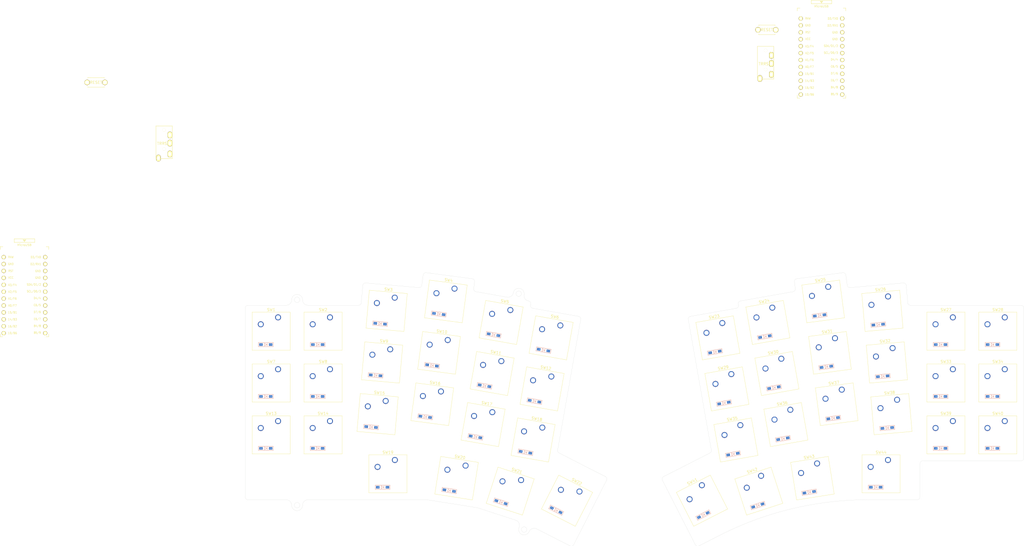
<source format=kicad_pcb>
(kicad_pcb (version 20171130) (host pcbnew "(5.1.2)-2")
  (layers (0 F.Cu signal) (31 B.Cu signal) (34 B.Paste user) (35 F.Paste user) (36 B.SilkS user) (37 F.SilkS user) (38 B.Mask user) (39 F.Mask user) (44 Edge.Cuts user))
  (net 0 "")
  (net 1 L-ROW0)
  (net 2 "Net-(D1-Pad2)")
  (net 3 "Net-(D2-Pad2)")
  (net 4 "Net-(D3-Pad2)")
  (net 5 "Net-(D4-Pad2)")
  (net 6 "Net-(D5-Pad2)")
  (net 7 "Net-(D6-Pad2)")
  (net 8 "Net-(D7-Pad2)")
  (net 9 L-ROW1)
  (net 10 "Net-(D8-Pad2)")
  (net 11 "Net-(D9-Pad2)")
  (net 12 "Net-(D10-Pad2)")
  (net 13 "Net-(D11-Pad2)")
  (net 14 "Net-(D12-Pad2)")
  (net 15 "Net-(D13-Pad2)")
  (net 16 L-ROW2)
  (net 17 "Net-(D14-Pad2)")
  (net 18 "Net-(D15-Pad2)")
  (net 19 "Net-(D16-Pad2)")
  (net 20 "Net-(D17-Pad2)")
  (net 21 "Net-(D18-Pad2)")
  (net 22 "Net-(D19-Pad2)")
  (net 23 L-ROW3)
  (net 24 "Net-(D20-Pad2)")
  (net 25 "Net-(D21-Pad2)")
  (net 26 "Net-(D22-Pad2)")
  (net 27 R-ROW0)
  (net 28 "Net-(D23-Pad2)")
  (net 29 "Net-(D24-Pad2)")
  (net 30 "Net-(D25-Pad2)")
  (net 31 "Net-(D26-Pad2)")
  (net 32 "Net-(D27-Pad2)")
  (net 33 "Net-(D28-Pad2)")
  (net 34 R-ROW1)
  (net 35 "Net-(D29-Pad2)")
  (net 36 "Net-(D30-Pad2)")
  (net 37 "Net-(D31-Pad2)")
  (net 38 "Net-(D32-Pad2)")
  (net 39 "Net-(D33-Pad2)")
  (net 40 "Net-(D34-Pad2)")
  (net 41 "Net-(D35-Pad2)")
  (net 42 R-ROW2)
  (net 43 "Net-(D36-Pad2)")
  (net 44 "Net-(D37-Pad2)")
  (net 45 "Net-(D38-Pad2)")
  (net 46 "Net-(D39-Pad2)")
  (net 47 "Net-(D40-Pad2)")
  (net 48 R-ROW3)
  (net 49 "Net-(D41-Pad2)")
  (net 50 "Net-(D42-Pad2)")
  (net 51 "Net-(D43-Pad2)")
  (net 52 "Net-(D44-Pad2)")
  (net 53 VCC)
  (net 54 GND)
  (net 55 L-DATA)
  (net 56 R-DATA)
  (net 57 GNDA)
  (net 58 VDD)
  (net 59 L-COL0)
  (net 60 L-COL1)
  (net 61 L-COL2)
  (net 62 L-COL3)
  (net 63 L-COL4)
  (net 64 L-COL5)
  (net 65 R-COL0)
  (net 66 R-COL1)
  (net 67 R-COL2)
  (net 68 R-COL3)
  (net 69 R-COL4)
  (net 70 R-COL5)
  (net 71 L-RESET)
  (net 72 R-RESET)
  (net 73 "Net-(J1-PadA)")
  (net 74 "Net-(J2-PadA)")
  (net 75 "Net-(U1-Pad24)")
  (net 76 "Net-(U1-Pad14)")
  (net 77 "Net-(U1-Pad13)")
  (net 78 "Net-(U1-Pad12)")
  (net 79 "Net-(U1-Pad11)")
  (net 80 "Net-(U1-Pad5)")
  (net 81 "Net-(U1-Pad1)")
  (net 82 "Net-(U2-Pad1)")
  (net 83 "Net-(U2-Pad5)")
  (net 84 "Net-(U2-Pad11)")
  (net 85 "Net-(U2-Pad12)")
  (net 86 "Net-(U2-Pad13)")
  (net 87 "Net-(U2-Pad14)")
  (net 88 "Net-(U2-Pad24)")
  (module Button_Switch_Keyboard:SW_Cherry_MX_1.50u_PCB (layer F.Cu) (at 66.675 76.2)
    (fp_text reference SW19 (at -2.54 -2.794) (layer F.SilkS))
    (fp_text value SW_PUSH)
    (pad 1 thru_hole circle (at 0 0) (size 2.2 2.2) (drill 1.5) (layers *.Cu *.Mask) (net 61 L-COL2))
    (pad 2 thru_hole circle (at -6.35 2.54) (size 2.2 2.2) (drill 1.5) (layers *.Cu *.Mask) (net 22 "Net-(D19-Pad2)"))
    (pad "" np_thru_hole circle (at -2.54 5.08) (size 4 4) (drill 4) (layers *.Cu *.Mask))
    (pad "" np_thru_hole circle (at -7.62 5.08) (size 1.7 1.7) (drill 1.7) (layers *.Cu *.Mask))
    (pad "" np_thru_hole circle (at 2.54 5.08) (size 1.7 1.7) (drill 1.7) (layers *.Cu *.Mask))
  )
  (module Button_Switch_Keyboard:SW_Cherry_MX_1.00u_PCB (layer F.Cu) (at 23.8125 61.9125)
    (fp_text reference SW13 (at -2.54 -2.794) (layer F.SilkS))
    (fp_text value SW_PUSH)
    (pad "" np_thru_hole circle (at 2.54 5.08) (size 1.7 1.7) (drill 1.7) (layers *.Cu *.Mask))
    (pad "" np_thru_hole circle (at -7.62 5.08) (size 1.7 1.7) (drill 1.7) (layers *.Cu *.Mask))
    (pad "" np_thru_hole circle (at -2.54 5.08) (size 4 4) (drill 4) (layers *.Cu *.Mask))
    (pad 2 thru_hole circle (at -6.35 2.54) (size 2.2 2.2) (drill 1.5) (layers *.Cu *.Mask) (net 15 "Net-(D13-Pad2)"))
    (pad 1 thru_hole circle (at 0 0) (size 2.2 2.2) (drill 1.5) (layers *.Cu *.Mask) (net 59 L-COL0))
  )
  (module Button_Switch_Keyboard:SW_Cherry_MX_1.00u_PCB (layer F.Cu) (at 112.994003 83.586496 342)
    (fp_text reference SW21 (at -2.54 -2.794 342) (layer F.SilkS))
    (fp_text value SW_PUSH)
    (pad 1 thru_hole circle (at 0 0 342) (size 2.2 2.2) (drill 1.5) (layers *.Cu *.Mask) (net 63 L-COL4))
    (pad 2 thru_hole circle (at -6.35 2.54 342) (size 2.2 2.2) (drill 1.5) (layers *.Cu *.Mask) (net 25 "Net-(D21-Pad2)"))
    (pad "" np_thru_hole circle (at -2.54 5.08 342) (size 4 4) (drill 4) (layers *.Cu *.Mask))
    (pad "" np_thru_hole circle (at -7.62 5.08 342) (size 1.7 1.7) (drill 1.7) (layers *.Cu *.Mask))
    (pad "" np_thru_hole circle (at 2.54 5.08 342) (size 1.7 1.7) (drill 1.7) (layers *.Cu *.Mask))
  )
  (module Button_Switch_Keyboard:SW_Cherry_MX_1.00u_PCB (layer F.Cu) (at 134.421254 87.778161 333)
    (fp_text reference SW22 (at -2.54 -2.794 333) (layer F.SilkS))
    (fp_text value SW_PUSH)
    (pad "" np_thru_hole circle (at 2.54 5.08 333) (size 1.7 1.7) (drill 1.7) (layers *.Cu *.Mask))
    (pad "" np_thru_hole circle (at -7.62 5.08 333) (size 1.7 1.7) (drill 1.7) (layers *.Cu *.Mask))
    (pad "" np_thru_hole circle (at -2.54 5.08 333) (size 4 4) (drill 4) (layers *.Cu *.Mask))
    (pad 2 thru_hole circle (at -6.35 2.54 333) (size 2.2 2.2) (drill 1.5) (layers *.Cu *.Mask) (net 26 "Net-(D22-Pad2)"))
    (pad 1 thru_hole circle (at 0 0 333) (size 2.2 2.2) (drill 1.5) (layers *.Cu *.Mask) (net 64 L-COL5))
  )
  (module Button_Switch_Keyboard:SW_Cherry_MX_1.00u_PCB (layer F.Cu) (at 221.638771 77.472506 9)
    (fp_text reference SW43 (at -2.54 -2.794 9) (layer F.SilkS))
    (fp_text value SW_PUSH)
    (pad "" np_thru_hole circle (at 2.54 5.08 9) (size 1.7 1.7) (drill 1.7) (layers *.Cu *.Mask))
    (pad "" np_thru_hole circle (at -7.62 5.08 9) (size 1.7 1.7) (drill 1.7) (layers *.Cu *.Mask))
    (pad "" np_thru_hole circle (at -2.54 5.08 9) (size 4 4) (drill 4) (layers *.Cu *.Mask))
    (pad 2 thru_hole circle (at -6.35 2.54 9) (size 2.2 2.2) (drill 1.5) (layers *.Cu *.Mask) (net 51 "Net-(D43-Pad2)"))
    (pad 1 thru_hole circle (at 0 0 9) (size 2.2 2.2) (drill 1.5) (layers *.Cu *.Mask) (net 67 R-COL2))
  )
  (module Button_Switch_Keyboard:SW_Cherry_MX_1.00u_PCB (layer F.Cu) (at 201.082363 82.01669 18)
    (fp_text reference SW42 (at -2.54 -2.794 18) (layer F.SilkS))
    (fp_text value SW_PUSH)
    (pad 1 thru_hole circle (at 0 0 18) (size 2.2 2.2) (drill 1.5) (layers *.Cu *.Mask) (net 66 R-COL1))
    (pad 2 thru_hole circle (at -6.35 2.54 18) (size 2.2 2.2) (drill 1.5) (layers *.Cu *.Mask) (net 50 "Net-(D42-Pad2)"))
    (pad "" np_thru_hole circle (at -2.54 5.08 18) (size 4 4) (drill 4) (layers *.Cu *.Mask))
    (pad "" np_thru_hole circle (at -7.62 5.08 18) (size 1.7 1.7) (drill 1.7) (layers *.Cu *.Mask))
    (pad "" np_thru_hole circle (at 2.54 5.08 18) (size 1.7 1.7) (drill 1.7) (layers *.Cu *.Mask))
  )
  (module Button_Switch_Keyboard:SW_Cherry_MX_1.00u_PCB (layer F.Cu) (at 179.350058 85.47189 27)
    (fp_text reference SW41 (at -2.54 -2.794 27) (layer F.SilkS))
    (fp_text value SW_PUSH)
    (pad "" np_thru_hole circle (at 2.54 5.08 27) (size 1.7 1.7) (drill 1.7) (layers *.Cu *.Mask))
    (pad "" np_thru_hole circle (at -7.62 5.08 27) (size 1.7 1.7) (drill 1.7) (layers *.Cu *.Mask))
    (pad "" np_thru_hole circle (at -2.54 5.08 27) (size 4 4) (drill 4) (layers *.Cu *.Mask))
    (pad 2 thru_hole circle (at -6.35 2.54 27) (size 2.2 2.2) (drill 1.5) (layers *.Cu *.Mask) (net 49 "Net-(D41-Pad2)"))
    (pad 1 thru_hole circle (at 0 0 27) (size 2.2 2.2) (drill 1.5) (layers *.Cu *.Mask) (net 65 R-COL0))
  )
  (module Button_Switch_Keyboard:SW_Cherry_MX_1.00u_PCB (layer F.Cu) (at 290.5125 61.9125)
    (fp_text reference SW40 (at -2.54 -2.794) (layer F.SilkS))
    (fp_text value SW_PUSH)
    (pad 1 thru_hole circle (at 0 0) (size 2.2 2.2) (drill 1.5) (layers *.Cu *.Mask) (net 70 R-COL5))
    (pad 2 thru_hole circle (at -6.35 2.54) (size 2.2 2.2) (drill 1.5) (layers *.Cu *.Mask) (net 47 "Net-(D40-Pad2)"))
    (pad "" np_thru_hole circle (at -2.54 5.08) (size 4 4) (drill 4) (layers *.Cu *.Mask))
    (pad "" np_thru_hole circle (at -7.62 5.08) (size 1.7 1.7) (drill 1.7) (layers *.Cu *.Mask))
    (pad "" np_thru_hole circle (at 2.54 5.08) (size 1.7 1.7) (drill 1.7) (layers *.Cu *.Mask))
  )
  (module Button_Switch_Keyboard:SW_Cherry_MX_1.00u_PCB (layer F.Cu) (at 271.4625 61.9125)
    (fp_text reference SW39 (at -2.54 -2.794) (layer F.SilkS))
    (fp_text value SW_PUSH)
    (pad "" np_thru_hole circle (at 2.54 5.08) (size 1.7 1.7) (drill 1.7) (layers *.Cu *.Mask))
    (pad "" np_thru_hole circle (at -7.62 5.08) (size 1.7 1.7) (drill 1.7) (layers *.Cu *.Mask))
    (pad "" np_thru_hole circle (at -2.54 5.08) (size 4 4) (drill 4) (layers *.Cu *.Mask))
    (pad 2 thru_hole circle (at -6.35 2.54) (size 2.2 2.2) (drill 1.5) (layers *.Cu *.Mask) (net 46 "Net-(D39-Pad2)"))
    (pad 1 thru_hole circle (at 0 0) (size 2.2 2.2) (drill 1.5) (layers *.Cu *.Mask) (net 69 R-COL4))
  )
  (module Button_Switch_Keyboard:SW_Cherry_MX_1.00u_PCB (layer F.Cu) (at 251.003065 54.078646 5)
    (fp_text reference SW38 (at -2.54 -2.794 5) (layer F.SilkS))
    (fp_text value SW_PUSH)
    (pad "" np_thru_hole circle (at 2.54 5.08 5) (size 1.7 1.7) (drill 1.7) (layers *.Cu *.Mask))
    (pad "" np_thru_hole circle (at -7.62 5.08 5) (size 1.7 1.7) (drill 1.7) (layers *.Cu *.Mask))
    (pad "" np_thru_hole circle (at -2.54 5.08 5) (size 4 4) (drill 4) (layers *.Cu *.Mask))
    (pad 2 thru_hole circle (at -6.35 2.54 5) (size 2.2 2.2) (drill 1.5) (layers *.Cu *.Mask) (net 45 "Net-(D38-Pad2)"))
    (pad 1 thru_hole circle (at 0 0 5) (size 2.2 2.2) (drill 1.5) (layers *.Cu *.Mask) (net 68 R-COL3))
  )
  (module Button_Switch_Keyboard:SW_Cherry_MX_1.00u_PCB (layer F.Cu) (at 230.690572 50.356762 7.5)
    (fp_text reference SW37 (at -2.54 -2.794 7.5) (layer F.SilkS))
    (fp_text value SW_PUSH)
    (pad "" np_thru_hole circle (at 2.54 5.08 7.5) (size 1.7 1.7) (drill 1.7) (layers *.Cu *.Mask))
    (pad "" np_thru_hole circle (at -7.62 5.08 7.5) (size 1.7 1.7) (drill 1.7) (layers *.Cu *.Mask))
    (pad "" np_thru_hole circle (at -2.54 5.08 7.5) (size 4 4) (drill 4) (layers *.Cu *.Mask))
    (pad 2 thru_hole circle (at -6.35 2.54 7.5) (size 2.2 2.2) (drill 1.5) (layers *.Cu *.Mask) (net 44 "Net-(D37-Pad2)"))
    (pad 1 thru_hole circle (at 0 0 7.5) (size 2.2 2.2) (drill 1.5) (layers *.Cu *.Mask) (net 67 R-COL2))
  )
  (module Button_Switch_Keyboard:SW_Cherry_MX_1.00u_PCB (layer F.Cu) (at 211.810133 57.757815 10)
    (fp_text reference SW36 (at -2.54 -2.794 10) (layer F.SilkS))
    (fp_text value SW_PUSH)
    (pad 1 thru_hole circle (at 0 0 10) (size 2.2 2.2) (drill 1.5) (layers *.Cu *.Mask) (net 66 R-COL1))
    (pad 2 thru_hole circle (at -6.35 2.54 10) (size 2.2 2.2) (drill 1.5) (layers *.Cu *.Mask) (net 43 "Net-(D36-Pad2)"))
    (pad "" np_thru_hole circle (at -2.54 5.08 10) (size 4 4) (drill 4) (layers *.Cu *.Mask))
    (pad "" np_thru_hole circle (at -7.62 5.08 10) (size 1.7 1.7) (drill 1.7) (layers *.Cu *.Mask))
    (pad "" np_thru_hole circle (at 2.54 5.08 10) (size 1.7 1.7) (drill 1.7) (layers *.Cu *.Mask))
  )
  (module Button_Switch_Keyboard:SW_Cherry_MX_1.00u_PCB (layer F.Cu) (at 193.463045 63.410887 10)
    (fp_text reference SW35 (at -2.54 -2.794 10) (layer F.SilkS))
    (fp_text value SW_PUSH)
    (pad "" np_thru_hole circle (at 2.54 5.08 10) (size 1.7 1.7) (drill 1.7) (layers *.Cu *.Mask))
    (pad "" np_thru_hole circle (at -7.62 5.08 10) (size 1.7 1.7) (drill 1.7) (layers *.Cu *.Mask))
    (pad "" np_thru_hole circle (at -2.54 5.08 10) (size 4 4) (drill 4) (layers *.Cu *.Mask))
    (pad 2 thru_hole circle (at -6.35 2.54 10) (size 2.2 2.2) (drill 1.5) (layers *.Cu *.Mask) (net 41 "Net-(D35-Pad2)"))
    (pad 1 thru_hole circle (at 0 0 10) (size 2.2 2.2) (drill 1.5) (layers *.Cu *.Mask) (net 65 R-COL0))
  )
  (module Button_Switch_Keyboard:SW_Cherry_MX_1.00u_PCB (layer F.Cu) (at 290.5125 42.8625)
    (fp_text reference SW34 (at -2.54 -2.794) (layer F.SilkS))
    (fp_text value SW_PUSH)
    (pad 1 thru_hole circle (at 0 0) (size 2.2 2.2) (drill 1.5) (layers *.Cu *.Mask) (net 70 R-COL5))
    (pad 2 thru_hole circle (at -6.35 2.54) (size 2.2 2.2) (drill 1.5) (layers *.Cu *.Mask) (net 40 "Net-(D34-Pad2)"))
    (pad "" np_thru_hole circle (at -2.54 5.08) (size 4 4) (drill 4) (layers *.Cu *.Mask))
    (pad "" np_thru_hole circle (at -7.62 5.08) (size 1.7 1.7) (drill 1.7) (layers *.Cu *.Mask))
    (pad "" np_thru_hole circle (at 2.54 5.08) (size 1.7 1.7) (drill 1.7) (layers *.Cu *.Mask))
  )
  (module Button_Switch_Keyboard:SW_Cherry_MX_1.00u_PCB (layer F.Cu) (at 271.4625 42.8625)
    (fp_text reference SW33 (at -2.54 -2.794) (layer F.SilkS))
    (fp_text value SW_PUSH)
    (pad "" np_thru_hole circle (at 2.54 5.08) (size 1.7 1.7) (drill 1.7) (layers *.Cu *.Mask))
    (pad "" np_thru_hole circle (at -7.62 5.08) (size 1.7 1.7) (drill 1.7) (layers *.Cu *.Mask))
    (pad "" np_thru_hole circle (at -2.54 5.08) (size 4 4) (drill 4) (layers *.Cu *.Mask))
    (pad 2 thru_hole circle (at -6.35 2.54) (size 2.2 2.2) (drill 1.5) (layers *.Cu *.Mask) (net 39 "Net-(D33-Pad2)"))
    (pad 1 thru_hole circle (at 0 0) (size 2.2 2.2) (drill 1.5) (layers *.Cu *.Mask) (net 69 R-COL4))
  )
  (module Button_Switch_Keyboard:SW_Cherry_MX_1.00u_PCB (layer F.Cu) (at 249.342748 35.101137 5)
    (fp_text reference SW32 (at -2.54 -2.794 5) (layer F.SilkS))
    (fp_text value SW_PUSH)
    (pad 1 thru_hole circle (at 0 0 5) (size 2.2 2.2) (drill 1.5) (layers *.Cu *.Mask) (net 68 R-COL3))
    (pad 2 thru_hole circle (at -6.35 2.54 5) (size 2.2 2.2) (drill 1.5) (layers *.Cu *.Mask) (net 38 "Net-(D32-Pad2)"))
    (pad "" np_thru_hole circle (at -2.54 5.08 5) (size 4 4) (drill 4) (layers *.Cu *.Mask))
    (pad "" np_thru_hole circle (at -7.62 5.08 5) (size 1.7 1.7) (drill 1.7) (layers *.Cu *.Mask))
    (pad "" np_thru_hole circle (at 2.54 5.08 5) (size 1.7 1.7) (drill 1.7) (layers *.Cu *.Mask))
  )
  (module Button_Switch_Keyboard:SW_Cherry_MX_1.00u_PCB (layer F.Cu) (at 228.204048 31.469737 7.5)
    (fp_text reference SW31 (at -2.54 -2.794 7.5) (layer F.SilkS))
    (fp_text value SW_PUSH)
    (pad "" np_thru_hole circle (at 2.54 5.08 7.5) (size 1.7 1.7) (drill 1.7) (layers *.Cu *.Mask))
    (pad "" np_thru_hole circle (at -7.62 5.08 7.5) (size 1.7 1.7) (drill 1.7) (layers *.Cu *.Mask))
    (pad "" np_thru_hole circle (at -2.54 5.08 7.5) (size 4 4) (drill 4) (layers *.Cu *.Mask))
    (pad 2 thru_hole circle (at -6.35 2.54 7.5) (size 2.2 2.2) (drill 1.5) (layers *.Cu *.Mask) (net 37 "Net-(D31-Pad2)"))
    (pad 1 thru_hole circle (at 0 0 7.5) (size 2.2 2.2) (drill 1.5) (layers *.Cu *.Mask) (net 67 R-COL2))
  )
  (module Button_Switch_Keyboard:SW_Cherry_MX_1.00u_PCB (layer F.Cu) (at 208.502135 38.997228 10)
    (fp_text reference SW30 (at -2.54 -2.794 10) (layer F.SilkS))
    (fp_text value SW_PUSH)
    (pad 1 thru_hole circle (at 0 0 10) (size 2.2 2.2) (drill 1.5) (layers *.Cu *.Mask) (net 66 R-COL1))
    (pad 2 thru_hole circle (at -6.35 2.54 10) (size 2.2 2.2) (drill 1.5) (layers *.Cu *.Mask) (net 36 "Net-(D30-Pad2)"))
    (pad "" np_thru_hole circle (at -2.54 5.08 10) (size 4 4) (drill 4) (layers *.Cu *.Mask))
    (pad "" np_thru_hole circle (at -7.62 5.08 10) (size 1.7 1.7) (drill 1.7) (layers *.Cu *.Mask))
    (pad "" np_thru_hole circle (at 2.54 5.08 10) (size 1.7 1.7) (drill 1.7) (layers *.Cu *.Mask))
  )
  (module Button_Switch_Keyboard:SW_Cherry_MX_1.00u_PCB (layer F.Cu) (at 190.155047 44.650299 10)
    (fp_text reference SW29 (at -2.54 -2.794 10) (layer F.SilkS))
    (fp_text value SW_PUSH)
    (pad 1 thru_hole circle (at 0 0 10) (size 2.2 2.2) (drill 1.5) (layers *.Cu *.Mask) (net 65 R-COL0))
    (pad 2 thru_hole circle (at -6.35 2.54 10) (size 2.2 2.2) (drill 1.5) (layers *.Cu *.Mask) (net 35 "Net-(D29-Pad2)"))
    (pad "" np_thru_hole circle (at -2.54 5.08 10) (size 4 4) (drill 4) (layers *.Cu *.Mask))
    (pad "" np_thru_hole circle (at -7.62 5.08 10) (size 1.7 1.7) (drill 1.7) (layers *.Cu *.Mask))
    (pad "" np_thru_hole circle (at 2.54 5.08 10) (size 1.7 1.7) (drill 1.7) (layers *.Cu *.Mask))
  )
  (module Button_Switch_Keyboard:SW_Cherry_MX_1.00u_PCB (layer F.Cu) (at 290.5125 23.8125)
    (fp_text reference SW28 (at -2.54 -2.794) (layer F.SilkS))
    (fp_text value SW_PUSH)
    (pad 1 thru_hole circle (at 0 0) (size 2.2 2.2) (drill 1.5) (layers *.Cu *.Mask) (net 70 R-COL5))
    (pad 2 thru_hole circle (at -6.35 2.54) (size 2.2 2.2) (drill 1.5) (layers *.Cu *.Mask) (net 33 "Net-(D28-Pad2)"))
    (pad "" np_thru_hole circle (at -2.54 5.08) (size 4 4) (drill 4) (layers *.Cu *.Mask))
    (pad "" np_thru_hole circle (at -7.62 5.08) (size 1.7 1.7) (drill 1.7) (layers *.Cu *.Mask))
    (pad "" np_thru_hole circle (at 2.54 5.08) (size 1.7 1.7) (drill 1.7) (layers *.Cu *.Mask))
  )
  (module Button_Switch_Keyboard:SW_Cherry_MX_1.00u_PCB (layer F.Cu) (at 271.4625 23.8125)
    (fp_text reference SW27 (at -2.54 -2.794) (layer F.SilkS))
    (fp_text value SW_PUSH)
    (pad 1 thru_hole circle (at 0 0) (size 2.2 2.2) (drill 1.5) (layers *.Cu *.Mask) (net 69 R-COL4))
    (pad 2 thru_hole circle (at -6.35 2.54) (size 2.2 2.2) (drill 1.5) (layers *.Cu *.Mask) (net 32 "Net-(D27-Pad2)"))
    (pad "" np_thru_hole circle (at -2.54 5.08) (size 4 4) (drill 4) (layers *.Cu *.Mask))
    (pad "" np_thru_hole circle (at -7.62 5.08) (size 1.7 1.7) (drill 1.7) (layers *.Cu *.Mask))
    (pad "" np_thru_hole circle (at 2.54 5.08) (size 1.7 1.7) (drill 1.7) (layers *.Cu *.Mask))
  )
  (module Button_Switch_Keyboard:SW_Cherry_MX_1.00u_PCB (layer F.Cu) (at 247.682431 16.123628 5)
    (fp_text reference SW26 (at -2.54 -2.794 5) (layer F.SilkS))
    (fp_text value SW_PUSH)
    (pad "" np_thru_hole circle (at 2.54 5.08 5) (size 1.7 1.7) (drill 1.7) (layers *.Cu *.Mask))
    (pad "" np_thru_hole circle (at -7.62 5.08 5) (size 1.7 1.7) (drill 1.7) (layers *.Cu *.Mask))
    (pad "" np_thru_hole circle (at -2.54 5.08 5) (size 4 4) (drill 4) (layers *.Cu *.Mask))
    (pad 2 thru_hole circle (at -6.35 2.54 5) (size 2.2 2.2) (drill 1.5) (layers *.Cu *.Mask) (net 31 "Net-(D26-Pad2)"))
    (pad 1 thru_hole circle (at 0 0 5) (size 2.2 2.2) (drill 1.5) (layers *.Cu *.Mask) (net 68 R-COL3))
  )
  (module Button_Switch_Keyboard:SW_Cherry_MX_1.00u_PCB (layer F.Cu) (at 225.717524 12.582712 7.5)
    (fp_text reference SW25 (at -2.54 -2.794 7.5) (layer F.SilkS))
    (fp_text value SW_PUSH)
    (pad 1 thru_hole circle (at 0 0 7.5) (size 2.2 2.2) (drill 1.5) (layers *.Cu *.Mask) (net 67 R-COL2))
    (pad 2 thru_hole circle (at -6.35 2.54 7.5) (size 2.2 2.2) (drill 1.5) (layers *.Cu *.Mask) (net 30 "Net-(D25-Pad2)"))
    (pad "" np_thru_hole circle (at -2.54 5.08 7.5) (size 4 4) (drill 4) (layers *.Cu *.Mask))
    (pad "" np_thru_hole circle (at -7.62 5.08 7.5) (size 1.7 1.7) (drill 1.7) (layers *.Cu *.Mask))
    (pad "" np_thru_hole circle (at 2.54 5.08 7.5) (size 1.7 1.7) (drill 1.7) (layers *.Cu *.Mask))
  )
  (module Button_Switch_Keyboard:SW_Cherry_MX_1.00u_PCB (layer F.Cu) (at 205.194137 20.23664 10)
    (fp_text reference SW24 (at -2.54 -2.794 10) (layer F.SilkS))
    (fp_text value SW_PUSH)
    (pad "" np_thru_hole circle (at 2.54 5.08 10) (size 1.7 1.7) (drill 1.7) (layers *.Cu *.Mask))
    (pad "" np_thru_hole circle (at -7.62 5.08 10) (size 1.7 1.7) (drill 1.7) (layers *.Cu *.Mask))
    (pad "" np_thru_hole circle (at -2.54 5.08 10) (size 4 4) (drill 4) (layers *.Cu *.Mask))
    (pad 2 thru_hole circle (at -6.35 2.54 10) (size 2.2 2.2) (drill 1.5) (layers *.Cu *.Mask) (net 29 "Net-(D24-Pad2)"))
    (pad 1 thru_hole circle (at 0 0 10) (size 2.2 2.2) (drill 1.5) (layers *.Cu *.Mask) (net 66 R-COL1))
  )
  (module Button_Switch_Keyboard:SW_Cherry_MX_1.00u_PCB (layer F.Cu) (at 186.847049 25.889711 10)
    (fp_text reference SW23 (at -2.54 -2.794 10) (layer F.SilkS))
    (fp_text value SW_PUSH)
    (pad 1 thru_hole circle (at 0 0 10) (size 2.2 2.2) (drill 1.5) (layers *.Cu *.Mask) (net 65 R-COL0))
    (pad 2 thru_hole circle (at -6.35 2.54 10) (size 2.2 2.2) (drill 1.5) (layers *.Cu *.Mask) (net 28 "Net-(D23-Pad2)"))
    (pad "" np_thru_hole circle (at -2.54 5.08 10) (size 4 4) (drill 4) (layers *.Cu *.Mask))
    (pad "" np_thru_hole circle (at -7.62 5.08 10) (size 1.7 1.7) (drill 1.7) (layers *.Cu *.Mask))
    (pad "" np_thru_hole circle (at 2.54 5.08 10) (size 1.7 1.7) (drill 1.7) (layers *.Cu *.Mask))
  )
  (module Button_Switch_Keyboard:SW_Cherry_MX_1.00u_PCB (layer F.Cu) (at 92.623685 78.267193 351)
    (fp_text reference SW20 (at -2.54 -2.794 351) (layer F.SilkS))
    (fp_text value SW_PUSH)
    (pad "" np_thru_hole circle (at 2.54 5.08 351) (size 1.7 1.7) (drill 1.7) (layers *.Cu *.Mask))
    (pad "" np_thru_hole circle (at -7.62 5.08 351) (size 1.7 1.7) (drill 1.7) (layers *.Cu *.Mask))
    (pad "" np_thru_hole circle (at -2.54 5.08 351) (size 4 4) (drill 4) (layers *.Cu *.Mask))
    (pad 2 thru_hole circle (at -6.35 2.54 351) (size 2.2 2.2) (drill 1.5) (layers *.Cu *.Mask) (net 24 "Net-(D20-Pad2)"))
    (pad 1 thru_hole circle (at 0 0 351) (size 2.2 2.2) (drill 1.5) (layers *.Cu *.Mask) (net 62 L-COL3))
  )
  (module Button_Switch_Keyboard:SW_Cherry_MX_1.00u_PCB (layer F.Cu) (at 120.784778 64.293019 350)
    (fp_text reference SW18 (at -2.54 -2.794 350) (layer F.SilkS))
    (fp_text value SW_PUSH)
    (pad "" np_thru_hole circle (at 2.54 5.08 350) (size 1.7 1.7) (drill 1.7) (layers *.Cu *.Mask))
    (pad "" np_thru_hole circle (at -7.62 5.08 350) (size 1.7 1.7) (drill 1.7) (layers *.Cu *.Mask))
    (pad "" np_thru_hole circle (at -2.54 5.08 350) (size 4 4) (drill 4) (layers *.Cu *.Mask))
    (pad 2 thru_hole circle (at -6.35 2.54 350) (size 2.2 2.2) (drill 1.5) (layers *.Cu *.Mask) (net 21 "Net-(D18-Pad2)"))
    (pad 1 thru_hole circle (at 0 0 350) (size 2.2 2.2) (drill 1.5) (layers *.Cu *.Mask) (net 64 L-COL5))
  )
  (module Button_Switch_Keyboard:SW_Cherry_MX_1.00u_PCB (layer F.Cu) (at 102.43769 58.639948 350)
    (fp_text reference SW17 (at -2.54 -2.794 350) (layer F.SilkS))
    (fp_text value SW_PUSH)
    (pad "" np_thru_hole circle (at 2.54 5.08 350) (size 1.7 1.7) (drill 1.7) (layers *.Cu *.Mask))
    (pad "" np_thru_hole circle (at -7.62 5.08 350) (size 1.7 1.7) (drill 1.7) (layers *.Cu *.Mask))
    (pad "" np_thru_hole circle (at -2.54 5.08 350) (size 4 4) (drill 4) (layers *.Cu *.Mask))
    (pad 2 thru_hole circle (at -6.35 2.54 350) (size 2.2 2.2) (drill 1.5) (layers *.Cu *.Mask) (net 20 "Net-(D17-Pad2)"))
    (pad 1 thru_hole circle (at 0 0 350) (size 2.2 2.2) (drill 1.5) (layers *.Cu *.Mask) (net 63 L-COL4))
  )
  (module Button_Switch_Keyboard:SW_Cherry_MX_1.00u_PCB (layer F.Cu) (at 83.590967 51.019835 352.5)
    (fp_text reference SW16 (at -2.54 -2.794 352.5) (layer F.SilkS))
    (fp_text value SW_PUSH)
    (pad 1 thru_hole circle (at 0 0 352.5) (size 2.2 2.2) (drill 1.5) (layers *.Cu *.Mask) (net 62 L-COL3))
    (pad 2 thru_hole circle (at -6.35 2.54 352.5) (size 2.2 2.2) (drill 1.5) (layers *.Cu *.Mask) (net 19 "Net-(D16-Pad2)"))
    (pad "" np_thru_hole circle (at -2.54 5.08 352.5) (size 4 4) (drill 4) (layers *.Cu *.Mask))
    (pad "" np_thru_hole circle (at -7.62 5.08 352.5) (size 1.7 1.7) (drill 1.7) (layers *.Cu *.Mask))
    (pad "" np_thru_hole circle (at 2.54 5.08 352.5) (size 1.7 1.7) (drill 1.7) (layers *.Cu *.Mask))
  )
  (module Button_Switch_Keyboard:SW_Cherry_MX_1.00u_PCB (layer F.Cu) (at 63.302603 54.521397 355)
    (fp_text reference SW15 (at -2.54 -2.794 355) (layer F.SilkS))
    (fp_text value SW_PUSH)
    (pad "" np_thru_hole circle (at 2.54 5.08 355) (size 1.7 1.7) (drill 1.7) (layers *.Cu *.Mask))
    (pad "" np_thru_hole circle (at -7.62 5.08 355) (size 1.7 1.7) (drill 1.7) (layers *.Cu *.Mask))
    (pad "" np_thru_hole circle (at -2.54 5.08 355) (size 4 4) (drill 4) (layers *.Cu *.Mask))
    (pad 2 thru_hole circle (at -6.35 2.54 355) (size 2.2 2.2) (drill 1.5) (layers *.Cu *.Mask) (net 18 "Net-(D15-Pad2)"))
    (pad 1 thru_hole circle (at 0 0 355) (size 2.2 2.2) (drill 1.5) (layers *.Cu *.Mask) (net 61 L-COL2))
  )
  (module Button_Switch_Keyboard:SW_Cherry_MX_1.00u_PCB (layer F.Cu) (at 42.8625 61.9125)
    (fp_text reference SW14 (at -2.54 -2.794) (layer F.SilkS))
    (fp_text value SW_PUSH)
    (pad 1 thru_hole circle (at 0 0) (size 2.2 2.2) (drill 1.5) (layers *.Cu *.Mask) (net 60 L-COL1))
    (pad 2 thru_hole circle (at -6.35 2.54) (size 2.2 2.2) (drill 1.5) (layers *.Cu *.Mask) (net 17 "Net-(D14-Pad2)"))
    (pad "" np_thru_hole circle (at -2.54 5.08) (size 4 4) (drill 4) (layers *.Cu *.Mask))
    (pad "" np_thru_hole circle (at -7.62 5.08) (size 1.7 1.7) (drill 1.7) (layers *.Cu *.Mask))
    (pad "" np_thru_hole circle (at 2.54 5.08) (size 1.7 1.7) (drill 1.7) (layers *.Cu *.Mask))
  )
  (module Button_Switch_Keyboard:SW_Cherry_MX_1.00u_PCB (layer F.Cu) (at 124.092776 45.532432 350)
    (fp_text reference SW12 (at -2.54 -2.794 350) (layer F.SilkS))
    (fp_text value SW_PUSH)
    (pad 1 thru_hole circle (at 0 0 350) (size 2.2 2.2) (drill 1.5) (layers *.Cu *.Mask) (net 64 L-COL5))
    (pad 2 thru_hole circle (at -6.35 2.54 350) (size 2.2 2.2) (drill 1.5) (layers *.Cu *.Mask) (net 14 "Net-(D12-Pad2)"))
    (pad "" np_thru_hole circle (at -2.54 5.08 350) (size 4 4) (drill 4) (layers *.Cu *.Mask))
    (pad "" np_thru_hole circle (at -7.62 5.08 350) (size 1.7 1.7) (drill 1.7) (layers *.Cu *.Mask))
    (pad "" np_thru_hole circle (at 2.54 5.08 350) (size 1.7 1.7) (drill 1.7) (layers *.Cu *.Mask))
  )
  (module Button_Switch_Keyboard:SW_Cherry_MX_1.00u_PCB (layer F.Cu) (at 105.745688 39.87936 350)
    (fp_text reference SW11 (at -2.54 -2.794 350) (layer F.SilkS))
    (fp_text value SW_PUSH)
    (pad "" np_thru_hole circle (at 2.54 5.08 350) (size 1.7 1.7) (drill 1.7) (layers *.Cu *.Mask))
    (pad "" np_thru_hole circle (at -7.62 5.08 350) (size 1.7 1.7) (drill 1.7) (layers *.Cu *.Mask))
    (pad "" np_thru_hole circle (at -2.54 5.08 350) (size 4 4) (drill 4) (layers *.Cu *.Mask))
    (pad 2 thru_hole circle (at -6.35 2.54 350) (size 2.2 2.2) (drill 1.5) (layers *.Cu *.Mask) (net 13 "Net-(D11-Pad2)"))
    (pad 1 thru_hole circle (at 0 0 350) (size 2.2 2.2) (drill 1.5) (layers *.Cu *.Mask) (net 63 L-COL4))
  )
  (module Button_Switch_Keyboard:SW_Cherry_MX_1.00u_PCB (layer F.Cu) (at 86.077491 32.13281 352.5)
    (fp_text reference SW10 (at -2.54 -2.794 352.5) (layer F.SilkS))
    (fp_text value SW_PUSH)
    (pad 1 thru_hole circle (at 0 0 352.5) (size 2.2 2.2) (drill 1.5) (layers *.Cu *.Mask) (net 62 L-COL3))
    (pad 2 thru_hole circle (at -6.35 2.54 352.5) (size 2.2 2.2) (drill 1.5) (layers *.Cu *.Mask) (net 12 "Net-(D10-Pad2)"))
    (pad "" np_thru_hole circle (at -2.54 5.08 352.5) (size 4 4) (drill 4) (layers *.Cu *.Mask))
    (pad "" np_thru_hole circle (at -7.62 5.08 352.5) (size 1.7 1.7) (drill 1.7) (layers *.Cu *.Mask))
    (pad "" np_thru_hole circle (at 2.54 5.08 352.5) (size 1.7 1.7) (drill 1.7) (layers *.Cu *.Mask))
  )
  (module Button_Switch_Keyboard:SW_Cherry_MX_1.00u_PCB (layer F.Cu) (at 64.96292 35.543888 355)
    (fp_text reference SW9 (at -2.54 -2.794 355) (layer F.SilkS))
    (fp_text value SW_PUSH)
    (pad 1 thru_hole circle (at 0 0 355) (size 2.2 2.2) (drill 1.5) (layers *.Cu *.Mask) (net 61 L-COL2))
    (pad 2 thru_hole circle (at -6.35 2.54 355) (size 2.2 2.2) (drill 1.5) (layers *.Cu *.Mask) (net 11 "Net-(D9-Pad2)"))
    (pad "" np_thru_hole circle (at -2.54 5.08 355) (size 4 4) (drill 4) (layers *.Cu *.Mask))
    (pad "" np_thru_hole circle (at -7.62 5.08 355) (size 1.7 1.7) (drill 1.7) (layers *.Cu *.Mask))
    (pad "" np_thru_hole circle (at 2.54 5.08 355) (size 1.7 1.7) (drill 1.7) (layers *.Cu *.Mask))
  )
  (module Button_Switch_Keyboard:SW_Cherry_MX_1.00u_PCB (layer F.Cu) (at 42.8625 42.8625)
    (fp_text reference SW8 (at -2.54 -2.794) (layer F.SilkS))
    (fp_text value SW_PUSH)
    (pad 1 thru_hole circle (at 0 0) (size 2.2 2.2) (drill 1.5) (layers *.Cu *.Mask) (net 60 L-COL1))
    (pad 2 thru_hole circle (at -6.35 2.54) (size 2.2 2.2) (drill 1.5) (layers *.Cu *.Mask) (net 10 "Net-(D8-Pad2)"))
    (pad "" np_thru_hole circle (at -2.54 5.08) (size 4 4) (drill 4) (layers *.Cu *.Mask))
    (pad "" np_thru_hole circle (at -7.62 5.08) (size 1.7 1.7) (drill 1.7) (layers *.Cu *.Mask))
    (pad "" np_thru_hole circle (at 2.54 5.08) (size 1.7 1.7) (drill 1.7) (layers *.Cu *.Mask))
  )
  (module Button_Switch_Keyboard:SW_Cherry_MX_1.00u_PCB (layer F.Cu) (at 23.8125 42.8625)
    (fp_text reference SW7 (at -2.54 -2.794) (layer F.SilkS))
    (fp_text value SW_PUSH)
    (pad "" np_thru_hole circle (at 2.54 5.08) (size 1.7 1.7) (drill 1.7) (layers *.Cu *.Mask))
    (pad "" np_thru_hole circle (at -7.62 5.08) (size 1.7 1.7) (drill 1.7) (layers *.Cu *.Mask))
    (pad "" np_thru_hole circle (at -2.54 5.08) (size 4 4) (drill 4) (layers *.Cu *.Mask))
    (pad 2 thru_hole circle (at -6.35 2.54) (size 2.2 2.2) (drill 1.5) (layers *.Cu *.Mask) (net 8 "Net-(D7-Pad2)"))
    (pad 1 thru_hole circle (at 0 0) (size 2.2 2.2) (drill 1.5) (layers *.Cu *.Mask) (net 59 L-COL0))
  )
  (module Button_Switch_Keyboard:SW_Cherry_MX_1.00u_PCB (layer F.Cu) (at 127.400773 26.771844 350)
    (fp_text reference SW6 (at -2.54 -2.794 350) (layer F.SilkS))
    (fp_text value SW_PUSH)
    (pad 1 thru_hole circle (at 0 0 350) (size 2.2 2.2) (drill 1.5) (layers *.Cu *.Mask) (net 64 L-COL5))
    (pad 2 thru_hole circle (at -6.35 2.54 350) (size 2.2 2.2) (drill 1.5) (layers *.Cu *.Mask) (net 7 "Net-(D6-Pad2)"))
    (pad "" np_thru_hole circle (at -2.54 5.08 350) (size 4 4) (drill 4) (layers *.Cu *.Mask))
    (pad "" np_thru_hole circle (at -7.62 5.08 350) (size 1.7 1.7) (drill 1.7) (layers *.Cu *.Mask))
    (pad "" np_thru_hole circle (at 2.54 5.08 350) (size 1.7 1.7) (drill 1.7) (layers *.Cu *.Mask))
  )
  (module Button_Switch_Keyboard:SW_Cherry_MX_1.00u_PCB (layer F.Cu) (at 109.053685 21.118773 350)
    (fp_text reference SW5 (at -2.54 -2.794 350) (layer F.SilkS))
    (fp_text value SW_PUSH)
    (pad "" np_thru_hole circle (at 2.54 5.08 350) (size 1.7 1.7) (drill 1.7) (layers *.Cu *.Mask))
    (pad "" np_thru_hole circle (at -7.62 5.08 350) (size 1.7 1.7) (drill 1.7) (layers *.Cu *.Mask))
    (pad "" np_thru_hole circle (at -2.54 5.08 350) (size 4 4) (drill 4) (layers *.Cu *.Mask))
    (pad 2 thru_hole circle (at -6.35 2.54 350) (size 2.2 2.2) (drill 1.5) (layers *.Cu *.Mask) (net 6 "Net-(D5-Pad2)"))
    (pad 1 thru_hole circle (at 0 0 350) (size 2.2 2.2) (drill 1.5) (layers *.Cu *.Mask) (net 63 L-COL4))
  )
  (module Button_Switch_Keyboard:SW_Cherry_MX_1.00u_PCB (layer F.Cu) (at 88.564015 13.245785 352.5)
    (fp_text reference SW4 (at -2.54 -2.794 352.5) (layer F.SilkS))
    (fp_text value SW_PUSH)
    (pad 1 thru_hole circle (at 0 0 352.5) (size 2.2 2.2) (drill 1.5) (layers *.Cu *.Mask) (net 62 L-COL3))
    (pad 2 thru_hole circle (at -6.35 2.54 352.5) (size 2.2 2.2) (drill 1.5) (layers *.Cu *.Mask) (net 5 "Net-(D4-Pad2)"))
    (pad "" np_thru_hole circle (at -2.54 5.08 352.5) (size 4 4) (drill 4) (layers *.Cu *.Mask))
    (pad "" np_thru_hole circle (at -7.62 5.08 352.5) (size 1.7 1.7) (drill 1.7) (layers *.Cu *.Mask))
    (pad "" np_thru_hole circle (at 2.54 5.08 352.5) (size 1.7 1.7) (drill 1.7) (layers *.Cu *.Mask))
  )
  (module Button_Switch_Keyboard:SW_Cherry_MX_1.00u_PCB (layer F.Cu) (at 66.623237 16.566379 355)
    (fp_text reference SW3 (at -2.54 -2.794 355) (layer F.SilkS))
    (fp_text value SW_PUSH)
    (pad "" np_thru_hole circle (at 2.54 5.08 355) (size 1.7 1.7) (drill 1.7) (layers *.Cu *.Mask))
    (pad "" np_thru_hole circle (at -7.62 5.08 355) (size 1.7 1.7) (drill 1.7) (layers *.Cu *.Mask))
    (pad "" np_thru_hole circle (at -2.54 5.08 355) (size 4 4) (drill 4) (layers *.Cu *.Mask))
    (pad 2 thru_hole circle (at -6.35 2.54 355) (size 2.2 2.2) (drill 1.5) (layers *.Cu *.Mask) (net 4 "Net-(D3-Pad2)"))
    (pad 1 thru_hole circle (at 0 0 355) (size 2.2 2.2) (drill 1.5) (layers *.Cu *.Mask) (net 61 L-COL2))
  )
  (module Button_Switch_Keyboard:SW_Cherry_MX_1.00u_PCB (layer F.Cu) (at 42.8625 23.8125)
    (fp_text reference SW2 (at -2.54 -2.794) (layer F.SilkS))
    (fp_text value SW_PUSH)
    (pad 1 thru_hole circle (at 0 0) (size 2.2 2.2) (drill 1.5) (layers *.Cu *.Mask) (net 60 L-COL1))
    (pad 2 thru_hole circle (at -6.35 2.54) (size 2.2 2.2) (drill 1.5) (layers *.Cu *.Mask) (net 3 "Net-(D2-Pad2)"))
    (pad "" np_thru_hole circle (at -2.54 5.08) (size 4 4) (drill 4) (layers *.Cu *.Mask))
    (pad "" np_thru_hole circle (at -7.62 5.08) (size 1.7 1.7) (drill 1.7) (layers *.Cu *.Mask))
    (pad "" np_thru_hole circle (at 2.54 5.08) (size 1.7 1.7) (drill 1.7) (layers *.Cu *.Mask))
  )
  (module Button_Switch_Keyboard:SW_Cherry_MX_1.00u_PCB (layer F.Cu) (at 23.8125 23.8125)
    (fp_text reference SW1 (at -2.54 -2.794) (layer F.SilkS))
    (fp_text value SW_PUSH)
    (pad "" np_thru_hole circle (at 2.54 5.08) (size 1.7 1.7) (drill 1.7) (layers *.Cu *.Mask))
    (pad "" np_thru_hole circle (at -7.62 5.08) (size 1.7 1.7) (drill 1.7) (layers *.Cu *.Mask))
    (pad "" np_thru_hole circle (at -2.54 5.08) (size 4 4) (drill 4) (layers *.Cu *.Mask))
    (pad 2 thru_hole circle (at -6.35 2.54) (size 2.2 2.2) (drill 1.5) (layers *.Cu *.Mask) (net 2 "Net-(D1-Pad2)"))
    (pad 1 thru_hole circle (at 0 0) (size 2.2 2.2) (drill 1.5) (layers *.Cu *.Mask) (net 59 L-COL0))
  )
  (module v4r4:D-123_v2 (layer B.Cu) (at 243.15 86.2 180)
    (fp_text reference D44 hide)
    (fp_text value D hide)
    (pad 1 smd rect (at -1.775 0 180) (size 1.3 0.95) (layers B.Cu B.Paste B.Mask) (net 48 R-ROW3))
    (pad 2 smd rect (at 1.775 0 180) (size 1.3 0.95) (layers B.Cu B.Paste B.Mask) (net 52 "Net-(D44-Pad2)"))
  )
  (module v4r4:D-123_v2 (layer B.Cu) (at 218.758519 88.053344 189)
    (fp_text reference D43 hide)
    (fp_text value D hide)
    (pad 1 smd rect (at -1.775 0 189) (size 1.3 0.95) (layers B.Cu B.Paste B.Mask) (net 48 R-ROW3))
    (pad 2 smd rect (at 1.775 0 189) (size 1.3 0.95) (layers B.Cu B.Paste B.Mask) (net 51 "Net-(D43-Pad2)"))
  )
  (module v4r4:D-123_v2 (layer B.Cu) (at 199.892779 92.917831 198)
    (fp_text reference D42 hide)
    (fp_text value D hide)
    (pad 1 smd rect (at -1.775 0 198) (size 1.3 0.95) (layers B.Cu B.Paste B.Mask) (net 48 R-ROW3))
    (pad 2 smd rect (at 1.775 0 198) (size 1.3 0.95) (layers B.Cu B.Paste B.Mask) (net 50 "Net-(D42-Pad2)"))
  )
  (module v4r4:D-123_v2 (layer B.Cu) (at 179.880433 96.424912 207)
    (fp_text reference D41 hide)
    (fp_text value D hide)
    (pad 1 smd rect (at -1.775 0 207) (size 1.3 0.95) (layers B.Cu B.Paste B.Mask) (net 48 R-ROW3))
    (pad 2 smd rect (at 1.775 0 207) (size 1.3 0.95) (layers B.Cu B.Paste B.Mask) (net 49 "Net-(D41-Pad2)"))
  )
  (module v4r4:D-123_v2 (layer B.Cu) (at 286.0125 71.9125 180)
    (fp_text reference D40 hide)
    (fp_text value D hide)
    (pad 1 smd rect (at -1.775 0 180) (size 1.3 0.95) (layers B.Cu B.Paste B.Mask) (net 42 R-ROW2))
    (pad 2 smd rect (at 1.775 0 180) (size 1.3 0.95) (layers B.Cu B.Paste B.Mask) (net 47 "Net-(D40-Pad2)"))
  )
  (module v4r4:D-123_v2 (layer B.Cu) (at 266.9625 71.9125 180)
    (fp_text reference D39 hide)
    (fp_text value D hide)
    (pad 1 smd rect (at -1.775 0 180) (size 1.3 0.95) (layers B.Cu B.Paste B.Mask) (net 42 R-ROW2))
    (pad 2 smd rect (at 1.775 0 180) (size 1.3 0.95) (layers B.Cu B.Paste B.Mask) (net 46 "Net-(D39-Pad2)"))
  )
  (module v4r4:D-123_v2 (layer B.Cu) (at 247.391747 64.432793 185)
    (fp_text reference D38 hide)
    (fp_text value D hide)
    (pad 1 smd rect (at -1.775 0 185) (size 1.3 0.95) (layers B.Cu B.Paste B.Mask) (net 42 R-ROW2))
    (pad 2 smd rect (at 1.775 0 185) (size 1.3 0.95) (layers B.Cu B.Paste B.Mask) (net 45 "Net-(D38-Pad2)"))
  )
  (module v4r4:D-123_v2 (layer B.Cu) (at 227.534333 60.858578 187.5)
    (fp_text reference D37 hide)
    (fp_text value D hide)
    (pad 1 smd rect (at -1.775 0 187.5) (size 1.3 0.95) (layers B.Cu B.Paste B.Mask) (net 42 R-ROW2))
    (pad 2 smd rect (at 1.775 0 187.5) (size 1.3 0.95) (layers B.Cu B.Paste B.Mask) (net 44 "Net-(D37-Pad2)"))
  )
  (module v4r4:D-123_v2 (layer B.Cu) (at 209.11498 68.387309 190)
    (fp_text reference D36 hide)
    (fp_text value D hide)
    (pad 1 smd rect (at -1.775 0 190) (size 1.3 0.95) (layers B.Cu B.Paste B.Mask) (net 42 R-ROW2))
    (pad 2 smd rect (at 1.775 0 190) (size 1.3 0.95) (layers B.Cu B.Paste B.Mask) (net 43 "Net-(D36-Pad2)"))
  )
  (module v4r4:D-123_v2 (layer B.Cu) (at 190.767892 74.040381 190)
    (fp_text reference D35 hide)
    (fp_text value D hide)
    (pad 1 smd rect (at -1.775 0 190) (size 1.3 0.95) (layers B.Cu B.Paste B.Mask) (net 42 R-ROW2))
    (pad 2 smd rect (at 1.775 0 190) (size 1.3 0.95) (layers B.Cu B.Paste B.Mask) (net 41 "Net-(D35-Pad2)"))
  )
  (module v4r4:D-123_v2 (layer B.Cu) (at 286.0125 52.8625 180)
    (fp_text reference D34 hide)
    (fp_text value D hide)
    (pad 1 smd rect (at -1.775 0 180) (size 1.3 0.95) (layers B.Cu B.Paste B.Mask) (net 34 R-ROW1))
    (pad 2 smd rect (at 1.775 0 180) (size 1.3 0.95) (layers B.Cu B.Paste B.Mask) (net 40 "Net-(D34-Pad2)"))
  )
  (module v4r4:D-123_v2 (layer B.Cu) (at 266.9625 52.8625 180)
    (fp_text reference D33 hide)
    (fp_text value D hide)
    (pad 1 smd rect (at -1.775 0 180) (size 1.3 0.95) (layers B.Cu B.Paste B.Mask) (net 34 R-ROW1))
    (pad 2 smd rect (at 1.775 0 180) (size 1.3 0.95) (layers B.Cu B.Paste B.Mask) (net 39 "Net-(D33-Pad2)"))
  )
  (module v4r4:D-123_v2 (layer B.Cu) (at 245.73143 45.455284 185)
    (fp_text reference D32 hide)
    (fp_text value D hide)
    (pad 1 smd rect (at -1.775 0 185) (size 1.3 0.95) (layers B.Cu B.Paste B.Mask) (net 34 R-ROW1))
    (pad 2 smd rect (at 1.775 0 185) (size 1.3 0.95) (layers B.Cu B.Paste B.Mask) (net 38 "Net-(D32-Pad2)"))
  )
  (module v4r4:D-123_v2 (layer B.Cu) (at 225.047809 41.971553 187.5)
    (fp_text reference D31 hide)
    (fp_text value D hide)
    (pad 1 smd rect (at -1.775 0 187.5) (size 1.3 0.95) (layers B.Cu B.Paste B.Mask) (net 34 R-ROW1))
    (pad 2 smd rect (at 1.775 0 187.5) (size 1.3 0.95) (layers B.Cu B.Paste B.Mask) (net 37 "Net-(D31-Pad2)"))
  )
  (module v4r4:D-123_v2 (layer B.Cu) (at 205.806982 49.626722 190)
    (fp_text reference D30 hide)
    (fp_text value D hide)
    (pad 1 smd rect (at -1.775 0 190) (size 1.3 0.95) (layers B.Cu B.Paste B.Mask) (net 34 R-ROW1))
    (pad 2 smd rect (at 1.775 0 190) (size 1.3 0.95) (layers B.Cu B.Paste B.Mask) (net 36 "Net-(D30-Pad2)"))
  )
  (module v4r4:D-123_v2 (layer B.Cu) (at 187.459894 55.279793 190)
    (fp_text reference D29 hide)
    (fp_text value D hide)
    (pad 1 smd rect (at -1.775 0 190) (size 1.3 0.95) (layers B.Cu B.Paste B.Mask) (net 34 R-ROW1))
    (pad 2 smd rect (at 1.775 0 190) (size 1.3 0.95) (layers B.Cu B.Paste B.Mask) (net 35 "Net-(D29-Pad2)"))
  )
  (module v4r4:D-123_v2 (layer B.Cu) (at 286.0125 33.8125 180)
    (fp_text reference D28 hide)
    (fp_text value D hide)
    (pad 1 smd rect (at -1.775 0 180) (size 1.3 0.95) (layers B.Cu B.Paste B.Mask) (net 27 R-ROW0))
    (pad 2 smd rect (at 1.775 0 180) (size 1.3 0.95) (layers B.Cu B.Paste B.Mask) (net 33 "Net-(D28-Pad2)"))
  )
  (module v4r4:D-123_v2 (layer B.Cu) (at 266.9625 33.8125 180)
    (fp_text reference D27 hide)
    (fp_text value D hide)
    (pad 1 smd rect (at -1.775 0 180) (size 1.3 0.95) (layers B.Cu B.Paste B.Mask) (net 27 R-ROW0))
    (pad 2 smd rect (at 1.775 0 180) (size 1.3 0.95) (layers B.Cu B.Paste B.Mask) (net 32 "Net-(D27-Pad2)"))
  )
  (module v4r4:D-123_v2 (layer B.Cu) (at 244.071113 26.477775 185)
    (fp_text reference D26 hide)
    (fp_text value D hide)
    (pad 1 smd rect (at -1.775 0 185) (size 1.3 0.95) (layers B.Cu B.Paste B.Mask) (net 27 R-ROW0))
    (pad 2 smd rect (at 1.775 0 185) (size 1.3 0.95) (layers B.Cu B.Paste B.Mask) (net 31 "Net-(D26-Pad2)"))
  )
  (module v4r4:D-123_v2 (layer B.Cu) (at 222.561285 23.084528 187.5)
    (fp_text reference D25 hide)
    (fp_text value D hide)
    (pad 1 smd rect (at -1.775 0 187.5) (size 1.3 0.95) (layers B.Cu B.Paste B.Mask) (net 27 R-ROW0))
    (pad 2 smd rect (at 1.775 0 187.5) (size 1.3 0.95) (layers B.Cu B.Paste B.Mask) (net 30 "Net-(D25-Pad2)"))
  )
  (module v4r4:D-123_v2 (layer B.Cu) (at 202.498984 30.866134 190)
    (fp_text reference D24 hide)
    (fp_text value D hide)
    (pad 1 smd rect (at -1.775 0 190) (size 1.3 0.95) (layers B.Cu B.Paste B.Mask) (net 27 R-ROW0))
    (pad 2 smd rect (at 1.775 0 190) (size 1.3 0.95) (layers B.Cu B.Paste B.Mask) (net 29 "Net-(D24-Pad2)"))
  )
  (module v4r4:D-123_v2 (layer B.Cu) (at 184.151896 36.519205 190)
    (fp_text reference D23 hide)
    (fp_text value D hide)
    (pad 1 smd rect (at -1.775 0 190) (size 1.3 0.95) (layers B.Cu B.Paste B.Mask) (net 27 R-ROW0))
    (pad 2 smd rect (at 1.775 0 190) (size 1.3 0.95) (layers B.Cu B.Paste B.Mask) (net 28 "Net-(D23-Pad2)"))
  )
  (module v4r4:D-123_v2 (layer B.Cu) (at 125.87182 94.645268 153)
    (fp_text reference D22 hide)
    (fp_text value D hide)
    (pad 1 smd rect (at -1.775 0 153) (size 1.3 0.95) (layers B.Cu B.Paste B.Mask) (net 23 L-ROW3))
    (pad 2 smd rect (at 1.775 0 153) (size 1.3 0.95) (layers B.Cu B.Paste B.Mask) (net 26 "Net-(D22-Pad2)"))
  )
  (module v4r4:D-123_v2 (layer B.Cu) (at 105.624079 91.706484 162)
    (fp_text reference D21 hide)
    (fp_text value D hide)
    (pad 1 smd rect (at -1.775 0 162) (size 1.3 0.95) (layers B.Cu B.Paste B.Mask) (net 23 L-ROW3))
    (pad 2 smd rect (at 1.775 0 162) (size 1.3 0.95) (layers B.Cu B.Paste B.Mask) (net 25 "Net-(D21-Pad2)"))
  )
  (module v4r4:D-123_v2 (layer B.Cu) (at 86.614743 87.440121 171)
    (fp_text reference D20 hide)
    (fp_text value D hide)
    (pad 1 smd rect (at -1.775 0 171) (size 1.3 0.95) (layers B.Cu B.Paste B.Mask) (net 23 L-ROW3))
    (pad 2 smd rect (at 1.775 0 171) (size 1.3 0.95) (layers B.Cu B.Paste B.Mask) (net 24 "Net-(D20-Pad2)"))
  )
  (module v4r4:D-123_v2 (layer B.Cu) (at 62.175 86.2 180)
    (fp_text reference D19 hide)
    (fp_text value D hide)
    (pad 1 smd rect (at -1.775 0 180) (size 1.3 0.95) (layers B.Cu B.Paste B.Mask) (net 23 L-ROW3))
    (pad 2 smd rect (at 1.775 0 180) (size 1.3 0.95) (layers B.Cu B.Paste B.Mask) (net 22 "Net-(D19-Pad2)"))
  )
  (module v4r4:D-123_v2 (layer B.Cu) (at 114.616662 73.359679 170)
    (fp_text reference D18 hide)
    (fp_text value D hide)
    (pad 1 smd rect (at -1.775 0 170) (size 1.3 0.95) (layers B.Cu B.Paste B.Mask) (net 16 L-ROW2))
    (pad 2 smd rect (at 1.775 0 170) (size 1.3 0.95) (layers B.Cu B.Paste B.Mask) (net 21 "Net-(D18-Pad2)"))
  )
  (module v4r4:D-123_v2 (layer B.Cu) (at 96.269574 67.706608 170)
    (fp_text reference D17 hide)
    (fp_text value D hide)
    (pad 1 smd rect (at -1.775 0 170) (size 1.3 0.95) (layers B.Cu B.Paste B.Mask) (net 16 L-ROW2))
    (pad 2 smd rect (at 1.775 0 170) (size 1.3 0.95) (layers B.Cu B.Paste B.Mask) (net 20 "Net-(D17-Pad2)"))
  )
  (module v4r4:D-123_v2 (layer B.Cu) (at 77.824204 60.346915 172.5)
    (fp_text reference D16 hide)
    (fp_text value D hide)
    (pad 1 smd rect (at -1.775 0 172.5) (size 1.3 0.95) (layers B.Cu B.Paste B.Mask) (net 16 L-ROW2))
    (pad 2 smd rect (at 1.775 0 172.5) (size 1.3 0.95) (layers B.Cu B.Paste B.Mask) (net 19 "Net-(D16-Pad2)"))
  )
  (module v4r4:D-123_v2 (layer B.Cu) (at 57.94817 64.091143 175)
    (fp_text reference D15 hide)
    (fp_text value D hide)
    (pad 1 smd rect (at -1.775 0 175) (size 1.3 0.95) (layers B.Cu B.Paste B.Mask) (net 16 L-ROW2))
    (pad 2 smd rect (at 1.775 0 175) (size 1.3 0.95) (layers B.Cu B.Paste B.Mask) (net 18 "Net-(D15-Pad2)"))
  )
  (module v4r4:D-123_v2 (layer B.Cu) (at 38.3625 71.9125 180)
    (fp_text reference D14 hide)
    (fp_text value D hide)
    (pad 1 smd rect (at -1.775 0 180) (size 1.3 0.95) (layers B.Cu B.Paste B.Mask) (net 16 L-ROW2))
    (pad 2 smd rect (at 1.775 0 180) (size 1.3 0.95) (layers B.Cu B.Paste B.Mask) (net 17 "Net-(D14-Pad2)"))
  )
  (module v4r4:D-123_v2 (layer B.Cu) (at 19.3125 71.9125 180)
    (fp_text reference D13 hide)
    (fp_text value D hide)
    (pad 1 smd rect (at -1.775 0 180) (size 1.3 0.95) (layers B.Cu B.Paste B.Mask) (net 16 L-ROW2))
    (pad 2 smd rect (at 1.775 0 180) (size 1.3 0.95) (layers B.Cu B.Paste B.Mask) (net 15 "Net-(D13-Pad2)"))
  )
  (module v4r4:D-123_v2 (layer B.Cu) (at 117.92466 54.599092 170)
    (fp_text reference D12 hide)
    (fp_text value D hide)
    (pad 1 smd rect (at -1.775 0 170) (size 1.3 0.95) (layers B.Cu B.Paste B.Mask) (net 9 L-ROW1))
    (pad 2 smd rect (at 1.775 0 170) (size 1.3 0.95) (layers B.Cu B.Paste B.Mask) (net 14 "Net-(D12-Pad2)"))
  )
  (module v4r4:D-123_v2 (layer B.Cu) (at 99.577572 48.94602 170)
    (fp_text reference D11 hide)
    (fp_text value D hide)
    (pad 1 smd rect (at -1.775 0 170) (size 1.3 0.95) (layers B.Cu B.Paste B.Mask) (net 9 L-ROW1))
    (pad 2 smd rect (at 1.775 0 170) (size 1.3 0.95) (layers B.Cu B.Paste B.Mask) (net 13 "Net-(D11-Pad2)"))
  )
  (module v4r4:D-123_v2 (layer B.Cu) (at 80.310728 41.45989 172.5)
    (fp_text reference D10 hide)
    (fp_text value D hide)
    (pad 1 smd rect (at -1.775 0 172.5) (size 1.3 0.95) (layers B.Cu B.Paste B.Mask) (net 9 L-ROW1))
    (pad 2 smd rect (at 1.775 0 172.5) (size 1.3 0.95) (layers B.Cu B.Paste B.Mask) (net 12 "Net-(D10-Pad2)"))
  )
  (module v4r4:D-123_v2 (layer B.Cu) (at 59.608487 45.113634 175)
    (fp_text reference D9 hide)
    (fp_text value D hide)
    (pad 1 smd rect (at -1.775 0 175) (size 1.3 0.95) (layers B.Cu B.Paste B.Mask) (net 9 L-ROW1))
    (pad 2 smd rect (at 1.775 0 175) (size 1.3 0.95) (layers B.Cu B.Paste B.Mask) (net 11 "Net-(D9-Pad2)"))
  )
  (module v4r4:D-123_v2 (layer B.Cu) (at 38.3625 52.8625 180)
    (fp_text reference D8 hide)
    (fp_text value D hide)
    (pad 1 smd rect (at -1.775 0 180) (size 1.3 0.95) (layers B.Cu B.Paste B.Mask) (net 9 L-ROW1))
    (pad 2 smd rect (at 1.775 0 180) (size 1.3 0.95) (layers B.Cu B.Paste B.Mask) (net 10 "Net-(D8-Pad2)"))
  )
  (module v4r4:D-123_v2 (layer B.Cu) (at 19.3125 52.8625 180)
    (fp_text reference D7 hide)
    (fp_text value D hide)
    (pad 1 smd rect (at -1.775 0 180) (size 1.3 0.95) (layers B.Cu B.Paste B.Mask) (net 9 L-ROW1))
    (pad 2 smd rect (at 1.775 0 180) (size 1.3 0.95) (layers B.Cu B.Paste B.Mask) (net 8 "Net-(D7-Pad2)"))
  )
  (module v4r4:D-123_v2 (layer B.Cu) (at 121.232657 35.838504 170)
    (fp_text reference D6 hide)
    (fp_text value D hide)
    (pad 1 smd rect (at -1.775 0 170) (size 1.3 0.95) (layers B.Cu B.Paste B.Mask) (net 1 L-ROW0))
    (pad 2 smd rect (at 1.775 0 170) (size 1.3 0.95) (layers B.Cu B.Paste B.Mask) (net 7 "Net-(D6-Pad2)"))
  )
  (module v4r4:D-123_v2 (layer B.Cu) (at 102.885569 30.185433 170)
    (fp_text reference D5 hide)
    (fp_text value D hide)
    (pad 1 smd rect (at -1.775 0 170) (size 1.3 0.95) (layers B.Cu B.Paste B.Mask) (net 1 L-ROW0))
    (pad 2 smd rect (at 1.775 0 170) (size 1.3 0.95) (layers B.Cu B.Paste B.Mask) (net 6 "Net-(D5-Pad2)"))
  )
  (module v4r4:D-123_v2 (layer B.Cu) (at 82.797252 22.572865 172.5)
    (fp_text reference D4 hide)
    (fp_text value D hide)
    (pad 1 smd rect (at -1.775 0 172.5) (size 1.3 0.95) (layers B.Cu B.Paste B.Mask) (net 1 L-ROW0))
    (pad 2 smd rect (at 1.775 0 172.5) (size 1.3 0.95) (layers B.Cu B.Paste B.Mask) (net 5 "Net-(D4-Pad2)"))
  )
  (module v4r4:D-123_v2 (layer B.Cu) (at 61.268804 26.136125 175)
    (fp_text reference D3 hide)
    (fp_text value D hide)
    (pad 1 smd rect (at -1.775 0 175) (size 1.3 0.95) (layers B.Cu B.Paste B.Mask) (net 1 L-ROW0))
    (pad 2 smd rect (at 1.775 0 175) (size 1.3 0.95) (layers B.Cu B.Paste B.Mask) (net 4 "Net-(D3-Pad2)"))
  )
  (module v4r4:D-123_v2 (layer B.Cu) (at 38.3625 33.8125 180)
    (fp_text reference D2 hide)
    (fp_text value D hide)
    (pad 1 smd rect (at -1.775 0 180) (size 1.3 0.95) (layers B.Cu B.Paste B.Mask) (net 1 L-ROW0))
    (pad 2 smd rect (at 1.775 0 180) (size 1.3 0.95) (layers B.Cu B.Paste B.Mask) (net 3 "Net-(D2-Pad2)"))
  )
  (module v4r4:D-123_v2 (layer B.Cu) (at 19.3125 33.8125 180)
    (fp_text reference D1 hide)
    (fp_text value D hide)
    (pad 1 smd rect (at -1.775 0 180) (size 1.3 0.95) (layers B.Cu B.Paste B.Mask) (net 1 L-ROW0))
    (pad 2 smd rect (at 1.775 0 180) (size 1.3 0.95) (layers B.Cu B.Paste B.Mask) (net 2 "Net-(D1-Pad2)"))
  )
  (module kbd:MJ-4PP-9_1side (layer F.Cu) (at -18 -46.5)
    (fp_text reference J1)
    (fp_text value MJ-4PP-9 hide)
    (fp_text user TRRS (at -0.75 6.45) (layer F.SilkS))
    (pad A thru_hole oval (at -2.1 11.8) (size 1.7 2.5) (drill oval 1 1.5) (layers *.Cu F.SilkS B.Mask) (net 73 "Net-(J1-PadA)") (clearance 0.15))
    (pad D thru_hole oval (at 2.1 10.3) (size 1.7 2.5) (drill oval 1 1.5) (layers *.Cu F.SilkS B.Mask) (net 53 VCC) (clearance 0.15))
    (pad C thru_hole oval (at 2.1 6.3) (size 1.7 2.5) (drill oval 1 1.5) (layers *.Cu F.SilkS B.Mask) (net 54 GND))
    (pad B thru_hole oval (at 2.1 3.3) (size 1.7 2.5) (drill oval 1 1.5) (layers *.Cu F.SilkS B.Mask) (net 55 L-DATA))
    (pad "" np_thru_hole circle (at 0 8.5) (size 1.2 1.2) (drill 1.2) (layers *.Cu *.Mask F.SilkS))
    (pad "" np_thru_hole circle (at 0 1.5) (size 1.2 1.2) (drill 1.2) (layers *.Cu *.Mask F.SilkS))
  )
  (module kbd:MJ-4PP-9_1side (layer F.Cu) (at 202.75 -75.75)
    (fp_text reference J2)
    (fp_text value MJ-4PP-9 hide)
    (fp_text user TRRS (at -0.75 6.45) (layer F.SilkS))
    (pad "" np_thru_hole circle (at 0 1.5) (size 1.2 1.2) (drill 1.2) (layers *.Cu *.Mask F.SilkS))
    (pad "" np_thru_hole circle (at 0 8.5) (size 1.2 1.2) (drill 1.2) (layers *.Cu *.Mask F.SilkS))
    (pad B thru_hole oval (at 2.1 3.3) (size 1.7 2.5) (drill oval 1 1.5) (layers *.Cu F.SilkS B.Mask) (net 56 R-DATA))
    (pad C thru_hole oval (at 2.1 6.3) (size 1.7 2.5) (drill oval 1 1.5) (layers *.Cu F.SilkS B.Mask) (net 57 GNDA))
    (pad D thru_hole oval (at 2.1 10.3) (size 1.7 2.5) (drill oval 1 1.5) (layers *.Cu F.SilkS B.Mask) (net 58 VDD) (clearance 0.15))
    (pad A thru_hole oval (at -2.1 11.8) (size 1.7 2.5) (drill oval 1 1.5) (layers *.Cu F.SilkS B.Mask) (net 74 "Net-(J2-PadA)") (clearance 0.15))
  )
  (module Button_Switch_Keyboard:SW_Cherry_MX_1.50u_PCB (layer F.Cu) (at 247.65 76.2)
    (fp_text reference SW44 (at -2.54 -2.794) (layer F.SilkS))
    (fp_text value SW_PUSH)
    (pad "" np_thru_hole circle (at 2.54 5.08) (size 1.7 1.7) (drill 1.7) (layers *.Cu *.Mask))
    (pad "" np_thru_hole circle (at -7.62 5.08) (size 1.7 1.7) (drill 1.7) (layers *.Cu *.Mask))
    (pad "" np_thru_hole circle (at -2.54 5.08) (size 4 4) (drill 4) (layers *.Cu *.Mask))
    (pad 2 thru_hole circle (at -6.35 2.54) (size 2.2 2.2) (drill 1.5) (layers *.Cu *.Mask) (net 52 "Net-(D44-Pad2)"))
    (pad 1 thru_hole circle (at 0 0) (size 2.2 2.2) (drill 1.5) (layers *.Cu *.Mask) (net 68 R-COL3))
  )
  (module kbd:ResetSW_1side (layer F.Cu) (at -43 -62.5)
    (fp_text reference SW45 hide)
    (fp_text value SW_PUSH)
    (fp_text user RESET (at 0 0) (layer F.SilkS))
    (pad 2 thru_hole circle (at -3.25 0) (size 2 2) (drill 1.3) (layers *.Cu F.SilkS B.Mask) (net 54 GND))
    (pad 1 thru_hole circle (at 3.25 0) (size 2 2) (drill 1.3) (layers *.Cu F.SilkS B.Mask) (net 71 L-RESET))
  )
  (module kbd:ResetSW_1side (layer F.Cu) (at 203.2 -81.824999)
    (fp_text reference SW46 hide)
    (fp_text value SW_PUSH)
    (fp_text user RESET (at 0 0) (layer F.SilkS))
    (pad 1 thru_hole circle (at 3.25 0) (size 2 2) (drill 1.3) (layers *.Cu F.SilkS B.Mask) (net 72 R-RESET))
    (pad 2 thru_hole circle (at -3.25 0) (size 2 2) (drill 1.3) (layers *.Cu F.SilkS B.Mask) (net 57 GNDA))
  )
  (module kbd:ProMicro_v3 (layer F.Cu) (at -69.2715 16.1575)
    (fp_text reference U1 hide)
    (fp_text value ProMicro hide)
    (fp_text user "" (at -1.2515 -16.256) (layer B.SilkS) (effects (justify mirror)))
    (fp_text user "" (at -0.545 -17.4) (layer F.SilkS))
    (fp_text user RAW (at -4.995 -14.5 unlocked) (layer F.SilkS) (effects (font (size 0.75 0.67) (thickness 0.125))))
    (fp_text user GND (at -4.995 -11.95 unlocked) (layer F.SilkS) (effects (font (size 0.75 0.67) (thickness 0.125))))
    (fp_text user RST (at -4.995 -9.4 unlocked) (layer F.SilkS) (effects (font (size 0.75 0.67) (thickness 0.125))))
    (fp_text user VCC (at -4.995 -6.95 unlocked) (layer F.SilkS) (effects (font (size 0.75 0.67) (thickness 0.125))))
    (fp_text user A3/F4 (at -4.395 -4.25 unlocked) (layer F.SilkS) (effects (font (size 0.75 0.67) (thickness 0.125))))
    (fp_text user A2/F5 (at -4.395 -1.75 unlocked) (layer F.SilkS) (effects (font (size 0.75 0.67) (thickness 0.125))))
    (fp_text user A1/F6 (at -4.395 0.75 unlocked) (layer F.SilkS) (effects (font (size 0.75 0.67) (thickness 0.125))))
    (fp_text user A0/F7 (at -4.395 3.3 unlocked) (layer F.SilkS) (effects (font (size 0.75 0.67) (thickness 0.125))))
    (fp_text user 15/B1 (at -4.395 5.85 unlocked) (layer F.SilkS) (effects (font (size 0.75 0.67) (thickness 0.125))))
    (fp_text user 14/B3 (at -4.395 8.4 unlocked) (layer F.SilkS) (effects (font (size 0.75 0.67) (thickness 0.125))))
    (fp_text user 10/B6 (at -4.395 13.45 unlocked) (layer F.SilkS) (effects (font (size 0.75 0.67) (thickness 0.125))))
    (fp_text user 16/B2 (at -4.395 10.95 unlocked) (layer F.SilkS) (effects (font (size 0.75 0.67) (thickness 0.125))))
    (fp_text user E6/7 (at 4.705 8.25 unlocked) (layer F.SilkS) (effects (font (size 0.75 0.67) (thickness 0.125))))
    (fp_text user D7/6 (at 4.705 5.7 unlocked) (layer F.SilkS) (effects (font (size 0.75 0.67) (thickness 0.125))))
    (fp_text user GND (at 4.955 -9.35 unlocked) (layer F.SilkS) (effects (font (size 0.75 0.67) (thickness 0.125))))
    (fp_text user GND (at 4.955 -6.9 unlocked) (layer F.SilkS) (effects (font (size 0.75 0.67) (thickness 0.125))))
    (fp_text user D3/TX0 (at 4.155 -14.45 unlocked) (layer F.SilkS) (effects (font (size 0.75 0.67) (thickness 0.125))))
    (fp_text user D4/4 (at 4.705 0.6 unlocked) (layer F.SilkS) (effects (font (size 0.75 0.67) (thickness 0.125))))
    (fp_text user SDA/D1/2 (at 3.455 -4.4 unlocked) (layer F.SilkS) (effects (font (size 0.75 0.67) (thickness 0.125))))
    (fp_text user SCL/D0/3 (at 3.455 -1.9 unlocked) (layer F.SilkS) (effects (font (size 0.75 0.67) (thickness 0.125))))
    (fp_text user C6/5 (at 4.705 3.15 unlocked) (layer F.SilkS) (effects (font (size 0.75 0.67) (thickness 0.125))))
    (fp_text user B5/9 (at 4.705 13.3 unlocked) (layer F.SilkS) (effects (font (size 0.75 0.67) (thickness 0.125))))
    (fp_text user D2/RX1 (at 4.155 -11.9 unlocked) (layer F.SilkS) (effects (font (size 0.75 0.67) (thickness 0.125))))
    (fp_text user B4/8 (at 4.705 10.8 unlocked) (layer F.SilkS) (effects (font (size 0.75 0.67) (thickness 0.125))))
    (fp_text user MicroUSB (at -0.05 -18.95) (layer F.SilkS) (effects (font (size 0.75 0.75) (thickness 0.12))))
    (pad 24 thru_hole circle (at -7.6086 -14.478) (size 1.524 1.524) (drill 0.8128) (layers *.Cu F.SilkS B.Mask) (net 75 "Net-(U1-Pad24)"))
    (pad 23 thru_hole circle (at -7.6086 -11.938) (size 1.524 1.524) (drill 0.8128) (layers *.Cu F.SilkS B.Mask) (net 54 GND))
    (pad 22 thru_hole circle (at -7.6086 -9.398) (size 1.524 1.524) (drill 0.8128) (layers *.Cu F.SilkS B.Mask) (net 71 L-RESET))
    (pad 21 thru_hole circle (at -7.6086 -6.858) (size 1.524 1.524) (drill 0.8128) (layers *.Cu F.SilkS B.Mask) (net 53 VCC))
    (pad 20 thru_hole circle (at -7.6086 -4.318) (size 1.524 1.524) (drill 0.8128) (layers *.Cu F.SilkS B.Mask) (net 59 L-COL0))
    (pad 19 thru_hole circle (at -7.6086 -1.778) (size 1.524 1.524) (drill 0.8128) (layers *.Cu F.SilkS B.Mask) (net 60 L-COL1))
    (pad 18 thru_hole circle (at -7.6086 0.762) (size 1.524 1.524) (drill 0.8128) (layers *.Cu F.SilkS B.Mask) (net 61 L-COL2))
    (pad 17 thru_hole circle (at -7.6086 3.302) (size 1.524 1.524) (drill 0.8128) (layers *.Cu F.SilkS B.Mask) (net 62 L-COL3))
    (pad 16 thru_hole circle (at -7.6086 5.842) (size 1.524 1.524) (drill 0.8128) (layers *.Cu F.SilkS B.Mask) (net 63 L-COL4))
    (pad 15 thru_hole circle (at -7.6086 8.382) (size 1.524 1.524) (drill 0.8128) (layers *.Cu F.SilkS B.Mask) (net 64 L-COL5))
    (pad 14 thru_hole circle (at -7.6086 10.922) (size 1.524 1.524) (drill 0.8128) (layers *.Cu F.SilkS B.Mask) (net 76 "Net-(U1-Pad14)"))
    (pad 13 thru_hole circle (at -7.6086 13.462) (size 1.524 1.524) (drill 0.8128) (layers *.Cu F.SilkS B.Mask) (net 77 "Net-(U1-Pad13)"))
    (pad 12 thru_hole circle (at 7.6114 13.462) (size 1.524 1.524) (drill 0.8128) (layers *.Cu F.SilkS B.Mask) (net 78 "Net-(U1-Pad12)"))
    (pad 11 thru_hole circle (at 7.6114 10.922) (size 1.524 1.524) (drill 0.8128) (layers *.Cu F.SilkS B.Mask) (net 79 "Net-(U1-Pad11)"))
    (pad 10 thru_hole circle (at 7.6114 8.382) (size 1.524 1.524) (drill 0.8128) (layers *.Cu F.SilkS B.Mask) (net 23 L-ROW3))
    (pad 9 thru_hole circle (at 7.6114 5.842) (size 1.524 1.524) (drill 0.8128) (layers *.Cu F.SilkS B.Mask) (net 16 L-ROW2))
    (pad 8 thru_hole circle (at 7.6114 3.302) (size 1.524 1.524) (drill 0.8128) (layers *.Cu F.SilkS B.Mask) (net 9 L-ROW1))
    (pad 7 thru_hole circle (at 7.6114 0.762) (size 1.524 1.524) (drill 0.8128) (layers *.Cu F.SilkS B.Mask) (net 1 L-ROW0))
    (pad 6 thru_hole circle (at 7.6114 -1.778) (size 1.524 1.524) (drill 0.8128) (layers *.Cu F.SilkS B.Mask) (net 55 L-DATA))
    (pad 5 thru_hole circle (at 7.6114 -4.318) (size 1.524 1.524) (drill 0.8128) (layers *.Cu F.SilkS B.Mask) (net 80 "Net-(U1-Pad5)"))
    (pad 4 thru_hole circle (at 7.6114 -6.858) (size 1.524 1.524) (drill 0.8128) (layers *.Cu F.SilkS B.Mask) (net 54 GND))
    (pad 3 thru_hole circle (at 7.6114 -9.398) (size 1.524 1.524) (drill 0.8128) (layers *.Cu F.SilkS B.Mask) (net 54 GND))
    (pad 2 thru_hole circle (at 7.6114 -11.938) (size 1.524 1.524) (drill 0.8128) (layers *.Cu F.SilkS B.Mask) (net 53 VCC))
    (pad 1 thru_hole circle (at 7.6114 -14.478) (size 1.524 1.524) (drill 0.8128) (layers *.Cu F.SilkS B.Mask) (net 81 "Net-(U1-Pad1)"))
  )
  (module kbd:ProMicro_v3 (layer F.Cu) (at 223.25 -71.5)
    (fp_text reference U2 hide)
    (fp_text value ProMicro hide)
    (fp_text user MicroUSB (at -0.05 -18.95) (layer F.SilkS) (effects (font (size 0.75 0.75) (thickness 0.12))))
    (fp_text user B4/8 (at 4.705 10.8 unlocked) (layer F.SilkS) (effects (font (size 0.75 0.67) (thickness 0.125))))
    (fp_text user D2/RX1 (at 4.155 -11.9 unlocked) (layer F.SilkS) (effects (font (size 0.75 0.67) (thickness 0.125))))
    (fp_text user B5/9 (at 4.705 13.3 unlocked) (layer F.SilkS) (effects (font (size 0.75 0.67) (thickness 0.125))))
    (fp_text user C6/5 (at 4.705 3.15 unlocked) (layer F.SilkS) (effects (font (size 0.75 0.67) (thickness 0.125))))
    (fp_text user SCL/D0/3 (at 3.455 -1.9 unlocked) (layer F.SilkS) (effects (font (size 0.75 0.67) (thickness 0.125))))
    (fp_text user SDA/D1/2 (at 3.455 -4.4 unlocked) (layer F.SilkS) (effects (font (size 0.75 0.67) (thickness 0.125))))
    (fp_text user D4/4 (at 4.705 0.6 unlocked) (layer F.SilkS) (effects (font (size 0.75 0.67) (thickness 0.125))))
    (fp_text user D3/TX0 (at 4.155 -14.45 unlocked) (layer F.SilkS) (effects (font (size 0.75 0.67) (thickness 0.125))))
    (fp_text user GND (at 4.955 -6.9 unlocked) (layer F.SilkS) (effects (font (size 0.75 0.67) (thickness 0.125))))
    (fp_text user GND (at 4.955 -9.35 unlocked) (layer F.SilkS) (effects (font (size 0.75 0.67) (thickness 0.125))))
    (fp_text user D7/6 (at 4.705 5.7 unlocked) (layer F.SilkS) (effects (font (size 0.75 0.67) (thickness 0.125))))
    (fp_text user E6/7 (at 4.705 8.25 unlocked) (layer F.SilkS) (effects (font (size 0.75 0.67) (thickness 0.125))))
    (fp_text user 16/B2 (at -4.395 10.95 unlocked) (layer F.SilkS) (effects (font (size 0.75 0.67) (thickness 0.125))))
    (fp_text user 10/B6 (at -4.395 13.45 unlocked) (layer F.SilkS) (effects (font (size 0.75 0.67) (thickness 0.125))))
    (fp_text user 14/B3 (at -4.395 8.4 unlocked) (layer F.SilkS) (effects (font (size 0.75 0.67) (thickness 0.125))))
    (fp_text user 15/B1 (at -4.395 5.85 unlocked) (layer F.SilkS) (effects (font (size 0.75 0.67) (thickness 0.125))))
    (fp_text user A0/F7 (at -4.395 3.3 unlocked) (layer F.SilkS) (effects (font (size 0.75 0.67) (thickness 0.125))))
    (fp_text user A1/F6 (at -4.395 0.75 unlocked) (layer F.SilkS) (effects (font (size 0.75 0.67) (thickness 0.125))))
    (fp_text user A2/F5 (at -4.395 -1.75 unlocked) (layer F.SilkS) (effects (font (size 0.75 0.67) (thickness 0.125))))
    (fp_text user A3/F4 (at -4.395 -4.25 unlocked) (layer F.SilkS) (effects (font (size 0.75 0.67) (thickness 0.125))))
    (fp_text user VCC (at -4.995 -6.95 unlocked) (layer F.SilkS) (effects (font (size 0.75 0.67) (thickness 0.125))))
    (fp_text user RST (at -4.995 -9.4 unlocked) (layer F.SilkS) (effects (font (size 0.75 0.67) (thickness 0.125))))
    (fp_text user GND (at -4.995 -11.95 unlocked) (layer F.SilkS) (effects (font (size 0.75 0.67) (thickness 0.125))))
    (fp_text user RAW (at -4.995 -14.5 unlocked) (layer F.SilkS) (effects (font (size 0.75 0.67) (thickness 0.125))))
    (fp_text user "" (at -0.545 -17.4) (layer F.SilkS))
    (fp_text user "" (at -1.2515 -16.256) (layer B.SilkS) (effects (justify mirror)))
    (pad 1 thru_hole circle (at 7.6114 -14.478) (size 1.524 1.524) (drill 0.8128) (layers *.Cu F.SilkS B.Mask) (net 82 "Net-(U2-Pad1)"))
    (pad 2 thru_hole circle (at 7.6114 -11.938) (size 1.524 1.524) (drill 0.8128) (layers *.Cu F.SilkS B.Mask) (net 57 GNDA))
    (pad 3 thru_hole circle (at 7.6114 -9.398) (size 1.524 1.524) (drill 0.8128) (layers *.Cu F.SilkS B.Mask) (net 57 GNDA))
    (pad 4 thru_hole circle (at 7.6114 -6.858) (size 1.524 1.524) (drill 0.8128) (layers *.Cu F.SilkS B.Mask) (net 57 GNDA))
    (pad 5 thru_hole circle (at 7.6114 -4.318) (size 1.524 1.524) (drill 0.8128) (layers *.Cu F.SilkS B.Mask) (net 83 "Net-(U2-Pad5)"))
    (pad 6 thru_hole circle (at 7.6114 -1.778) (size 1.524 1.524) (drill 0.8128) (layers *.Cu F.SilkS B.Mask) (net 56 R-DATA))
    (pad 7 thru_hole circle (at 7.6114 0.762) (size 1.524 1.524) (drill 0.8128) (layers *.Cu F.SilkS B.Mask) (net 27 R-ROW0))
    (pad 8 thru_hole circle (at 7.6114 3.302) (size 1.524 1.524) (drill 0.8128) (layers *.Cu F.SilkS B.Mask) (net 34 R-ROW1))
    (pad 9 thru_hole circle (at 7.6114 5.842) (size 1.524 1.524) (drill 0.8128) (layers *.Cu F.SilkS B.Mask) (net 42 R-ROW2))
    (pad 10 thru_hole circle (at 7.6114 8.382) (size 1.524 1.524) (drill 0.8128) (layers *.Cu F.SilkS B.Mask) (net 48 R-ROW3))
    (pad 11 thru_hole circle (at 7.6114 10.922) (size 1.524 1.524) (drill 0.8128) (layers *.Cu F.SilkS B.Mask) (net 84 "Net-(U2-Pad11)"))
    (pad 12 thru_hole circle (at 7.6114 13.462) (size 1.524 1.524) (drill 0.8128) (layers *.Cu F.SilkS B.Mask) (net 85 "Net-(U2-Pad12)"))
    (pad 13 thru_hole circle (at -7.6086 13.462) (size 1.524 1.524) (drill 0.8128) (layers *.Cu F.SilkS B.Mask) (net 86 "Net-(U2-Pad13)"))
    (pad 14 thru_hole circle (at -7.6086 10.922) (size 1.524 1.524) (drill 0.8128) (layers *.Cu F.SilkS B.Mask) (net 87 "Net-(U2-Pad14)"))
    (pad 15 thru_hole circle (at -7.6086 8.382) (size 1.524 1.524) (drill 0.8128) (layers *.Cu F.SilkS B.Mask) (net 70 R-COL5))
    (pad 16 thru_hole circle (at -7.6086 5.842) (size 1.524 1.524) (drill 0.8128) (layers *.Cu F.SilkS B.Mask) (net 69 R-COL4))
    (pad 17 thru_hole circle (at -7.6086 3.302) (size 1.524 1.524) (drill 0.8128) (layers *.Cu F.SilkS B.Mask) (net 68 R-COL3))
    (pad 18 thru_hole circle (at -7.6086 0.762) (size 1.524 1.524) (drill 0.8128) (layers *.Cu F.SilkS B.Mask) (net 67 R-COL2))
    (pad 19 thru_hole circle (at -7.6086 -1.778) (size 1.524 1.524) (drill 0.8128) (layers *.Cu F.SilkS B.Mask) (net 66 R-COL1))
    (pad 20 thru_hole circle (at -7.6086 -4.318) (size 1.524 1.524) (drill 0.8128) (layers *.Cu F.SilkS B.Mask) (net 65 R-COL0))
    (pad 21 thru_hole circle (at -7.6086 -6.858) (size 1.524 1.524) (drill 0.8128) (layers *.Cu F.SilkS B.Mask) (net 58 VDD))
    (pad 22 thru_hole circle (at -7.6086 -9.398) (size 1.524 1.524) (drill 0.8128) (layers *.Cu F.SilkS B.Mask) (net 72 R-RESET))
    (pad 23 thru_hole circle (at -7.6086 -11.938) (size 1.524 1.524) (drill 0.8128) (layers *.Cu F.SilkS B.Mask) (net 57 GNDA))
    (pad 24 thru_hole circle (at -7.6086 -14.478) (size 1.524 1.524) (drill 0.8128) (layers *.Cu F.SilkS B.Mask) (net 88 "Net-(U2-Pad24)"))
  )
  (gr_line (start 118.707916 101.497444) (end 130.961265 107.7515) (layer Edge.Cuts) (width 0.05))
  (gr_line (start 96.924927 93.7355) (end 78.5005 90.817396) (layer Edge.Cuts) (width 0.05))
  (gr_line (start 111.025886 98.316595) (end 97.0775 93.77213) (layer Edge.Cuts) (width 0.05))
  (gr_line (start 26.7975 90.805) (end 12.74746 90.80504) (layer Edge.Cuts) (width 0.05))
  (gr_line (start 78.34401 90.805) (end 34.7975 90.805) (layer Edge.Cuts) (width 0.05))
  (gr_line (start 11.74746 20.36754) (end 11.74742 89.805) (layer Edge.Cuts) (width 0.05))
  (gr_arc (start 78.343501 91.805395) (end 78.5005 90.817396) (angle -9) (layer Edge.Cuts) (width 0.05))
  (gr_arc (start 96.768501 94.723129) (end 97.0775 93.77213) (angle -9) (layer Edge.Cuts) (width 0.05))
  (gr_arc (start 114.103987 101.745904) (end 113.338988 103.593903) (angle -89.9557698) (layer Edge.Cuts) (width 0.05))
  (gr_arc (start 114.105413 101.746495) (end 112.257414 100.981496) (angle -89.9557698) (layer Edge.Cuts) (width 0.05))
  (gr_arc (start 117.798917 103.279443) (end 118.707916 101.497444) (angle -94.4773371) (layer Edge.Cuts) (width 0.05))
  (gr_arc (start 110.409415 100.218497) (end 112.257414 100.981496) (angle -94.47539538) (layer Edge.Cuts) (width 0.05))
  (gr_circle (center 114.104822 101.747921) (end 115.104822 101.747921) (layer Edge.Cuts) (width 0.05))
  (gr_line (start 26.7975 19.3675) (end 17.2725 19.3675) (layer Edge.Cuts) (width 0.05))
  (gr_line (start 53.351185 19.36776) (end 34.7975 19.3675) (layer Edge.Cuts) (width 0.05))
  (gr_line (start 107.840941 16.390592) (end 96.423396 14.37776) (layer Edge.Cuts) (width 0.05))
  (gr_line (start 134.066555 23.43376) (end 117.275561 20.473759) (layer Edge.Cuts) (width 0.05))
  (gr_circle (center 112.128329 15.116372) (end 113.128329 15.116372) (layer Edge.Cuts) (width 0.05))
  (gr_arc (start 116.066438 15.811565) (end 114.097439 15.463566) (angle -90.03229264) (layer Edge.Cuts) (width 0.05))
  (gr_arc (start 115.545556 18.76576) (end 116.530555 18.939759) (angle -90.00033214) (layer Edge.Cuts) (width 0.05))
  (gr_line (start 116.464555 19.31476) (end 116.530555 18.939759) (layer Edge.Cuts) (width 0.05))
  (gr_arc (start 108.18894 14.421593) (end 107.840941 16.390592) (angle -90.03229892) (layer Edge.Cuts) (width 0.05))
  (gr_arc (start 112.12733 15.115371) (end 112.475329 13.146372) (angle -90.03229892) (layer Edge.Cuts) (width 0.05))
  (gr_arc (start 112.12844 15.115567) (end 114.097439 15.463566) (angle -90.03229892) (layer Edge.Cuts) (width 0.05))
  (gr_line (start 12.7475 19.3675) (end 17.2725 19.3675) (layer Edge.Cuts) (width 0.05))
  (gr_arc (start 34.7975 17.3675) (end 32.7975 17.3675) (angle -90) (layer Edge.Cuts) (width 0.05))
  (gr_arc (start 26.7975 17.3675) (end 26.7975 19.3675) (angle -90) (layer Edge.Cuts) (width 0.05))
  (gr_arc (start 30.7975 17.3675) (end 32.7975 17.3675) (angle -90) (layer Edge.Cuts) (width 0.05))
  (gr_arc (start 30.7975 17.3675) (end 30.7975 15.3675) (angle -90) (layer Edge.Cuts) (width 0.05))
  (gr_circle (center 30.7975 17.3675) (end 31.7975 17.3675) (layer Edge.Cuts) (width 0.05))
  (gr_arc (start 26.7975 92.805) (end 28.7975 92.805) (angle -90) (layer Edge.Cuts) (width 0.05))
  (gr_arc (start 34.7975 92.805) (end 34.7975 90.805) (angle -90) (layer Edge.Cuts) (width 0.05))
  (gr_arc (start 30.7975 92.805) (end 28.7975 92.805) (angle -180) (layer Edge.Cuts) (width 0.05))
  (gr_circle (center 30.7975 92.805) (end 31.7975 92.805) (layer Edge.Cuts) (width 0.05))
  (gr_arc (start 165.764499 83.182696) (end 164.8735 83.636695) (angle 90.02993423) (layer Edge.Cuts) (width 0.05))
  (gr_line (start 240.416468 90.804981) (end 258.39746 90.805) (layer Edge.Cuts) (width 0.05))
  (gr_arc (start 177.829736 106.860461) (end 178.283735 107.75146) (angle 90.02993423) (layer Edge.Cuts) (width 0.05))
  (gr_arc (start 258.39746 89.80496) (end 259.3975 89.80496) (angle 90) (layer Edge.Cuts) (width 0.05))
  (gr_arc (start 240.345833 210.805147) (end 185.929834 103.852148) (angle 27) (layer Edge.Cuts) (width 0.05))
  (gr_arc (start 296.4975 75.51746) (end 297.49754 75.51746) (angle 90) (layer Edge.Cuts) (width 0.05))
  (gr_arc (start 296.4975 20.3675) (end 296.4975 19.36746) (angle 90) (layer Edge.Cuts) (width 0.05))
  (gr_arc (start 233.678724 11.882721) (end 233.765723 12.87872) (angle 87.51012757) (layer Edge.Cuts) (width 0.05))
  (gr_arc (start 212.647446 13.393388) (end 213.638445 13.262389) (angle 87.49671504) (layer Edge.Cuts) (width 0.05))
  (gr_arc (start 253.348905 12.169719) (end 253.261906 11.17372) (angle 84.97140846) (layer Edge.Cuts) (width 0.05))
  (gr_line (start 213.638445 13.262389) (end 213.305445 10.741643) (layer Edge.Cuts) (width 0.05))
  (gr_line (start 296.4975 19.36746) (end 255.893815 19.36772) (layer Edge.Cuts) (width 0.05))
  (gr_line (start 176.9385 107.313994) (end 164.8735 83.636695) (layer Edge.Cuts) (width 0.05))
  (gr_line (start 233.765723 12.87872) (end 253.261906 11.17372) (layer Edge.Cuts) (width 0.05))
  (gr_arc (start 214.297444 10.611644) (end 213.305445 10.741643) (angle 89.96720461) (layer Edge.Cuts) (width 0.05))
  (gr_line (start 178.283735 107.75146) (end 185.929834 103.852148) (layer Edge.Cuts) (width 0.05))
  (gr_arc (start 255.893815 18.367576) (end 255.893815 19.36772) (angle 85.02068564) (layer Edge.Cuts) (width 0.05))
  (gr_line (start 254.897445 18.454385) (end 254.333445 11.995753) (layer Edge.Cuts) (width 0.05))
  (gr_line (start 191.969439 20.473719) (end 175.178445 23.43372) (layer Edge.Cuts) (width 0.05))
  (gr_line (start 231.071428 7.39472) (end 214.166877 9.61972) (layer Edge.Cuts) (width 0.05))
  (gr_arc (start 260.39754 77.51746) (end 259.3975 77.51746) (angle 90) (layer Edge.Cuts) (width 0.05))
  (gr_arc (start 191.795446 19.488719) (end 192.780445 19.31472) (angle 90.00033214) (layer Edge.Cuts) (width 0.05))
  (gr_line (start 192.780445 19.31472) (end 192.714445 18.939719) (layer Edge.Cuts) (width 0.05))
  (gr_arc (start 231.202427 8.385719) (end 231.071428 7.39472) (angle 90.00849606) (layer Edge.Cuts) (width 0.05))
  (gr_line (start 260.39754 76.51742) (end 296.4975 76.5175) (layer Edge.Cuts) (width 0.05))
  (gr_arc (start 193.699444 18.76572) (end 192.714445 18.939719) (angle 90.00033214) (layer Edge.Cuts) (width 0.05))
  (gr_line (start 182.297445 73.63672) (end 165.310966 82.29146) (layer Edge.Cuts) (width 0.05))
  (gr_arc (start 181.842831 72.745752) (end 182.82783 72.571753) (angle 72.98507255) (layer Edge.Cuts) (width 0.05))
  (gr_arc (start 175.352438 24.41872) (end 174.367439 24.592719) (angle 90.00033214) (layer Edge.Cuts) (width 0.05))
  (gr_line (start 232.687445 12.012907) (end 232.193445 8.254867) (layer Edge.Cuts) (width 0.05))
  (gr_line (start 259.3975 89.80496) (end 259.3975 77.51746) (layer Edge.Cuts) (width 0.05))
  (gr_line (start 193.525451 17.78072) (end 212.821604 14.37772) (layer Edge.Cuts) (width 0.05))
  (gr_line (start 182.82783 72.571753) (end 174.367439 24.592719) (layer Edge.Cuts) (width 0.05))
  (gr_line (start 297.49754 75.51746) (end 297.49754 20.3675) (layer Edge.Cuts) (width 0.05))
  (gr_line (start 54.347555 18.454425) (end 54.911555 11.995793) (layer Edge.Cuts) (width 0.05))
  (gr_line (start 75.479277 12.87876) (end 55.983094 11.17376) (layer Edge.Cuts) (width 0.05))
  (gr_line (start 76.557555 12.012947) (end 77.051555 8.254907) (layer Edge.Cuts) (width 0.05))
  (gr_line (start 78.173572 7.39476) (end 95.078123 9.61976) (layer Edge.Cuts) (width 0.05))
  (gr_line (start 95.606555 13.262429) (end 95.939555 10.741683) (layer Edge.Cuts) (width 0.05))
  (gr_line (start 126.41717 72.571793) (end 134.877561 24.592759) (layer Edge.Cuts) (width 0.05))
  (gr_line (start 126.947555 73.63676) (end 143.934034 82.2915) (layer Edge.Cuts) (width 0.05))
  (gr_line (start 132.3065 107.314034) (end 144.3715 83.636735) (layer Edge.Cuts) (width 0.05))
  (gr_arc (start 131.415264 106.860501) (end 130.961265 107.7515) (angle -90.02993423) (layer Edge.Cuts) (width 0.05))
  (gr_arc (start 143.480501 83.182736) (end 144.3715 83.636735) (angle -90.02993423) (layer Edge.Cuts) (width 0.05))
  (gr_arc (start 12.74746 89.805) (end 11.74742 89.805) (angle -90) (layer Edge.Cuts) (width 0.05))
  (gr_arc (start 12.7475 20.36754) (end 12.7475 19.3675) (angle -90) (layer Edge.Cuts) (width 0.05))
  (gr_arc (start 127.402169 72.745792) (end 126.41717 72.571793) (angle -72.98507255) (layer Edge.Cuts) (width 0.05))
  (gr_arc (start 117.449554 19.488759) (end 116.464555 19.31476) (angle -90.00033214) (layer Edge.Cuts) (width 0.05))
  (gr_arc (start 133.892562 24.41876) (end 134.877561 24.592759) (angle -90.00033214) (layer Edge.Cuts) (width 0.05))
  (gr_arc (start 96.597554 13.393428) (end 95.606555 13.262429) (angle -87.49671504) (layer Edge.Cuts) (width 0.05))
  (gr_arc (start 94.947556 10.611684) (end 95.939555 10.741683) (angle -89.96720461) (layer Edge.Cuts) (width 0.05))
  (gr_arc (start 78.042573 8.385759) (end 78.173572 7.39476) (angle -90.00849606) (layer Edge.Cuts) (width 0.05))
  (gr_arc (start 75.566276 11.882761) (end 75.479277 12.87876) (angle -87.51012757) (layer Edge.Cuts) (width 0.05))
  (gr_arc (start 55.896095 12.169759) (end 55.983094 11.17376) (angle -84.97140846) (layer Edge.Cuts) (width 0.05))
  (gr_arc (start 53.351185 18.367616) (end 53.351185 19.36776) (angle -85.02068564) (layer Edge.Cuts) (width 0.05))
)
</source>
